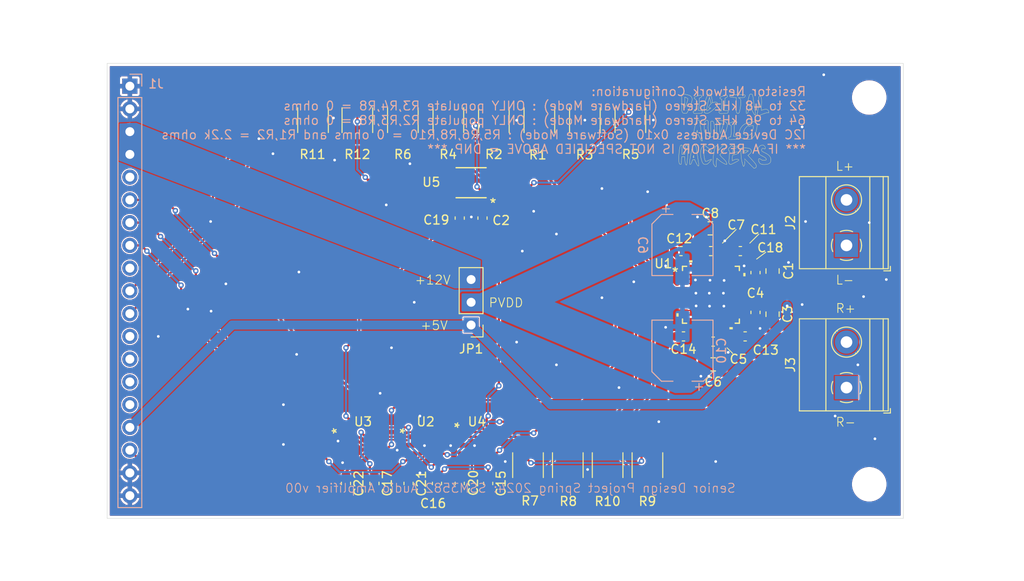
<source format=kicad_pcb>
(kicad_pcb (version 20221018) (generator pcbnew)
  (layers (0 "F.Cu" signal) (31 "B.Cu" signal) (34 "B.Paste" user) (35 "F.Paste" user) (36 "B.SilkS" user "B.Silkscreen") (37 "F.SilkS" user "F.Silkscreen") (38 "B.Mask" user) (39 "F.Mask" user) (44 "Edge.Cuts" user))
  (net 0 "")
  (net 1 "OUTL-")
  (net 2 "OUTL+")
  (net 3 "OUTR-")
  (net 4 "OUTR+")
  (net 5 "GND")
  (net 6 "SCL_AMP")
  (net 7 "SDA_AMP")
  (net 8 "LRCLK")
  (net 9 "SDATA")
  (net 10 "BCLK")
  (net 11 "BSTR+")
  (net 12 "PVDD")
  (net 13 "BSTR-")
  (net 14 "+5V")
  (net 15 "ADDR0")
  (net 16 "ADDR1")
  (net 17 "+1V8")
  (net 18 "BSTL-")
  (net 19 "BSTL+")
  (net 20 "+3.3V")
  (net 21 "SDA_3V3")
  (net 22 "SCL_3V3")
  (net 23 "SDA")
  (net 24 "SCL")
  (net 25 "+12V")
  (net 27 "BCLK_3V3")
  (net 28 "LRCLK_3V3")
  (net 29 "SDATA_3V3")
  (footprint "Capacitor_SMD:C_0603_1608Metric" (layer "F.Cu") (at 168.845 88.265 180)
    (fp_text reference "C12")
    (fp_text value "0.22uF")
  )
  (footprint "Capacitor_SMD:C_0603_1608Metric" (layer "F.Cu") (at 169.125 97.79 180)
    (fp_text reference "C14")
    (fp_text value "0.22uF")
  )
  (footprint "Resistor_SMD:R_1812_4532Metric" (layer "F.Cu") (at 153.035 73.645 -90)
    (fp_text reference "R1")
    (fp_text value "0")
  )
  (footprint "Capacitor_SMD:C_0805_2012Metric" (layer "F.Cu") (at 172.4406 100.9142)
    (fp_text reference "C6")
    (fp_text value "10uF")
  )
  (footprint "Capacitor_SMD:C_0603_1608Metric" (layer "F.Cu") (at 147.32 114.2075 -90)
    (fp_text reference "C15")
    (fp_text value "0.1uF")
  )
  (footprint "Resistor_SMD:R_1812_4532Metric" (layer "F.Cu") (at 160.655 112.1625 -90)
    (fp_text reference "R10")
    (fp_text value "0")
  )
  (footprint "Capacitor_SMD:C_0603_1608Metric" (layer "F.Cu") (at 177.165 90.665 90)
    (fp_text reference "C18")
    (fp_text value "0.1uF")
  )
  (footprint "I2C_Level_Shift:SOT505-1_NXP" (layer "F.Cu") (at 145.415 80.63 180)
    (fp_text reference "U5")
    (fp_text value "PCA9517ADP")
  )
  (footprint "Capacitor_SMD:C_0805_2012Metric" (layer "F.Cu") (at 179.07 90.49 90)
    (fp_text reference "C1")
    (fp_text value "10uF")
  )
  (footprint "Capacitor_SMD:C_0603_1608Metric" (layer "F.Cu") (at 138.43 114.2075 -90)
    (fp_text reference "C21")
    (fp_text value "0.1uF")
  )
  (footprint "Capacitor_SMD:C_0603_1608Metric" (layer "F.Cu") (at 144.145 114.2075 90)
    (fp_text reference "C20")
    (fp_text value "0.1uF")
  )
  (footprint "Resistor_SMD:R_1812_4532Metric" (layer "F.Cu") (at 142.875 73.645 90)
    (fp_text reference "R4")
    (fp_text value "0")
  )
  (footprint "Resistor_SMD:R_1812_4532Metric" (layer "F.Cu") (at 147.955 73.645 -90)
    (fp_text reference "R2")
    (fp_text value "0")
  )
  (footprint "SSM3582_ClassD_Audio_Amp:CP_40_7_ADI" (layer "F.Cu") (at 172.19 93.1418)
    (fp_text reference "U1")
    (fp_text value "SSM3582ACPZ")
  )
  (footprint "Capacitor_SMD:C_0805_2012Metric" (layer "F.Cu") (at 172.125 85.725)
    (fp_text reference "C8")
    (fp_text value "10uF")
  )
  (footprint "Capacitor_SMD:C_0603_1608Metric" (layer "F.Cu") (at 141.605 114.2075 -90)
    (fp_text reference "C16")
    (fp_text value "0.1uF")
  )
  (footprint "MountingHole:MountingHole_3.2mm_M3" (layer "F.Cu") (at 189.865 114.3)
    (fp_text reference "H2" hide)
    (fp_text value "MountingHole")
  )
  (footprint "Resistor_SMD:R_1812_4532Metric" (layer "F.Cu") (at 158.115 73.645 -90)
    (fp_text reference "R3")
    (fp_text value "0")
  )
  (footprint "TerminalBlock_Phoenix:TerminalBlock_Phoenix_MKDS-1,5-2-5.08_1x02_P5.08mm_Horizontal" (layer "F.Cu") (at 187.325 103.505 90)
    (fp_text reference "J3")
    (fp_text value "Screw_Terminal_01x02")
  )
  (footprint "Capacitor_SMD:C_0603_1608Metric" (layer "F.Cu") (at 176.009 97.79)
    (fp_text reference "C13")
    (fp_text value "0.22uF")
  )
  (footprint "Resistor_SMD:R_1812_4532Metric" (layer "F.Cu") (at 165.1 112.1625 -90)
    (fp_text reference "R9")
    (fp_text value "0")
  )
  (footprint "Capacitor_SMD:C_0805_2012Metric" (layer "F.Cu") (at 179.07 95.311 -90)
    (fp_text reference "C3")
    (fp_text value "10uF")
  )
  (footprint "Resistor_SMD:R_1812_4532Metric" (layer "F.Cu") (at 163.195 73.645 -90)
    (fp_text reference "R5")
    (fp_text value "0")
  )
  (footprint "Connector_PinHeader_2.54mm:PinHeader_1x03_P2.54mm_Vertical" (layer "F.Cu") (at 145.415 96.52 180)
    (fp_text reference "JP1")
    (fp_text value "Jumper_3_Open")
  )
  (footprint "Capacitor_SMD:C_0603_1608Metric" (layer "F.Cu") (at 172.44 98.3742)
    (fp_text reference "C5")
    (fp_text value "0.1uF")
  )
  (footprint "DigiKey:SOT-23-6" (layer "F.Cu") (at 145.80235 109.947497 -90)
    (fp_text reference "U4")
    (fp_text value "74LVC1T45W6-7")
  )
  (footprint "Capacitor_SMD:C_0603_1608Metric" (layer "F.Cu") (at 144.145 84.58 -90)
    (fp_text reference "C19")
    (fp_text value "0.1uF")
  )
  (footprint "Capacitor_SMD:C_0603_1608Metric" (layer "F.Cu") (at 134.62 114.2075 -90)
    (fp_text reference "C17")
    (fp_text value "0.1uF")
  )
  (footprint "Capacitor_SMD:C_0603_1608Metric" (layer "F.Cu") (at 172.16 88.265)
    (fp_text reference "C7")
    (fp_text value "0.1uF")
  )
  (footprint "Resistor_SMD:R_1812_4532Metric" (layer "F.Cu") (at 151.765 112.1625 -90)
    (fp_text reference "R7")
    (fp_text value "0")
  )
  (footprint "Capacitor_SMD:C_0603_1608Metric" (layer "F.Cu") (at 177.165 95.11 -90)
    (fp_text reference "C4")
    (fp_text value "0.1uF")
  )
  (footprint "Capacitor_SMD:C_0603_1608Metric" (layer "F.Cu") (at 175.475 88.265)
    (fp_text reference "C11")
    (fp_text value "0.22uF")
  )
  (footprint "DigiKey:SOT-23-6" (layer "F.Cu") (at 140.25245 109.942499 -90)
    (fp_text reference "U2")
    (fp_text value "74LVC1T45W6-7")
  )
  (footprint "Resistor_SMD:R_1812_4532Metric" (layer "F.Cu") (at 156.21 112.1625 -90)
    (fp_text reference "R8")
    (fp_text value "0")
  )
  (footprint "MountingHole:MountingHole_3.2mm_M3" (layer "F.Cu") (at 189.865 71.12)
    (fp_text reference "H1" hide)
    (fp_text value "MountingHole")
  )
  (footprint "Resistor_SMD:R_1812_4532Metric" (layer "F.Cu") (at 132.715 73.645 90)
    (fp_text reference "R12")
    (fp_text value "2.2k")
  )
  (footprint "Resistor_SMD:R_1812_4532Metric" (layer "F.Cu") (at 137.795 73.645 90)
    (fp_text reference "R6")
    (fp_text value "0")
  )
  (footprint "Capacitor_SMD:C_0603_1608Metric" (layer "F.Cu") (at 131.445 114.2075 -90)
    (fp_text reference "C22")
    (fp_text value "0.1uF")
  )
  (footprint "Resistor_SMD:R_1812_4532Metric" (layer "F.Cu") (at 127.765 73.645 90)
    (fp_text reference "R11")
    (fp_text value "2.2k")
  )
  (footprint "TerminalBlock_Phoenix:TerminalBlock_Phoenix_MKDS-1,5-2-5.08_1x02_P5.08mm_Horizontal" (layer "F.Cu") (at 187.325 87.63 90)
    (fp_text reference "J2")
    (fp_text value "Screw_Terminal_01x02")
  )
  (footprint "Capacitor_SMD:C_0603_1608Metric" (layer "F.Cu") (at 146.685 84.58 -90)
    (fp_text reference "C2")
    (fp_text value "0.1uF")
  )
  (footprint "DigiKey:SOT-23-6" (layer "F.Cu") (at 133.10235 109.942499 -90)
    (fp_text reference "U3")
    (fp_text value "74LVC1T45W6-7")
  )
  (footprint "Capacitor_SMD:CP_Elec_6.3x7.7" (layer "B.Cu") (at 169.0116 87.5868 -90)
    (fp_text reference "C9")
    (fp_text value "470uF")
  )
  (footprint "Connector_PinHeader_2.54mm:PinHeader_1x19_P2.54mm_Vertical" (layer "B.Cu") (at 107.315 69.85 180)
    (fp_text reference "J1")
    (fp_text value "Conn_01x19_Pin")
  )
  (footprint "Capacitor_SMD:CP_Elec_6.3x7.7" (layer "B.Cu") (at 169.0116 99.3826 90)
    (fp_text reference "C10")
    (fp_text value "470uF")
  )
  (gr_curve (pts (xy 172.276388 71.144183) (xy 172.316388 71.342053) (xy 172.34729 71.527026) (xy 172.345059 71.555234)) (stroke (width 0.03175)) (layer "F.SilkS"))
  (gr_curve (pts (xy 170.209521 75.546398) (xy 170.242433 75.13016) (xy 170.319926 74.693642) (xy 170.474013 74.056522)) (stroke (width 0.03175)) (layer "F.SilkS"))
  (gr_curve (pts (xy 175.05303 73.951996) (xy 175.021683 73.985364) (xy 174.954464 74.031486) (xy 174.903657 74.05449)) (stroke (width 0.03175)) (layer "F.SilkS"))
  (gr_curve (pts (xy 178.006958 76.429062) (xy 178.178956 76.461329) (xy 178.337875 76.74064) (xy 178.23995 76.838564)) (stroke (width 0.03175)) (layer "F.SilkS"))
  (gr_curve (pts (xy 176.161678 72.878215) (xy 176.122311 72.863109) (xy 176.119371 72.838009) (xy 176.134521 72.646398)) (stroke (width 0.03175)) (layer "F.SilkS"))
  (gr_line (start 169.111618 77.469022) (end 169.266812 77.469022) (stroke (width 0.03175)) (layer "F.SilkS"))
  (gr_curve (pts (xy 175.261279 71.153747) (xy 175.48447 71.2364) (xy 175.523974 71.313017) (xy 175.523321 71.661969)) (stroke (width 0.03175)) (layer "F.SilkS"))
  (gr_curve (pts (xy 169.592029 72.698126) (xy 169.557093 72.776009) (xy 169.505556 72.852015) (xy 169.477501 72.86703)) (stroke (width 0.03175)) (layer "F.SilkS"))
  (gr_line (start 173.023936 77.031522) (end 173.080108 76.965843) (stroke (width 0.03175)) (layer "F.SilkS"))
  (gr_curve (pts (xy 173.196788 75.790832) (xy 173.067879 75.787918) (xy 173.030011 75.776429) (xy 172.969683 75.721928)) (stroke (width 0.03175)) (layer "F.SilkS"))
  (gr_curve (pts (xy 178.885203 78.095745) (xy 178.886578 78.303676) (xy 178.809453 78.43519) (xy 178.637308 78.518524)) (stroke (width 0.03175)) (layer "F.SilkS"))
  (gr_line (start 174.820258 76.808271) (end 174.679237 76.851432) (stroke (width 0.03175)) (layer "F.SilkS"))
  (gr_curve (pts (xy 178.023779 77.195445) (xy 178.071904 77.214506) (xy 178.219666 77.289494) (xy 178.35214 77.362084)) (stroke (width 0.03175)) (layer "F.SilkS"))
  (gr_line (start 177.762709 78.026214) (end 177.936279 78.132432) (stroke (width 0.03175)) (layer "F.SilkS"))
  (gr_curve (pts (xy 171.656992 76.572069) (xy 171.71435 76.628744) (xy 171.806279 76.703136) (xy 171.861279 76.737384)) (stroke (width 0.03175)) (layer "F.SilkS"))
  (gr_line (start 173.99 99.06) (end 174.625 99.695) (stroke (width 0.1)) (layer "F.SilkS"))
  (gr_curve (pts (xy 173.753405 72.894022) (xy 173.617199 72.894022) (xy 173.456375 72.898878) (xy 173.396018 72.904813)) (stroke (width 0.03175)) (layer "F.SilkS"))
  (gr_curve (pts (xy 175.86046 75.243342) (xy 175.970313 75.334512) (xy 176.443488 75.361001) (xy 176.563032 75.282672)) (stroke (width 0.03175)) (layer "F.SilkS"))
  (gr_curve (pts (xy 177.986279 78.591926) (xy 177.744736 78.568423) (xy 177.619165 78.479165) (xy 177.540083 78.274766)) (stroke (width 0.03175)) (layer "F.SilkS"))
  (gr_curve (pts (xy 173.591971 70.931304) (xy 173.884085 70.827672) (xy 173.96778 70.826237) (xy 174.022364 70.923925)) (stroke (width 0.03175)) (layer "F.SilkS"))
  (gr_curve (pts (xy 171.372708 78.537772) (xy 171.260471 78.462131) (xy 171.190527 78.314087) (xy 171.099775 77.960072)) (stroke (width 0.03175)) (layer "F.SilkS"))
  (gr_curve (pts (xy 175.910223 77.137771) (xy 175.920116 77.189334) (xy 175.927339 77.256834) (xy 175.926274 77.287771)) (stroke (width 0.03175)) (layer "F.SilkS"))
  (gr_curve (pts (xy 172.16719 72.269694) (xy 172.142941 72.269324) (xy 172.101666 72.282407) (xy 172.07547 72.298768)) (stroke (width 0.03175)) (layer "F.SilkS"))
  (gr_curve (pts (xy 171.911612 72.507579) (xy 172.115294 72.366349) (xy 172.2183 72.270474) (xy 172.16719 72.269694)) (stroke (width 0.03175)) (layer "F.SilkS"))
  (gr_curve (pts (xy 169.836678 78.578215) (xy 169.797312 78.563109) (xy 169.794371 78.538009) (xy 169.809521 78.346398)) (stroke (width 0.03175)) (layer "F.SilkS"))
  (gr_curve (pts (xy 174.062415 72.832658) (xy 174.005523 72.88955) (xy 173.983005 72.894022) (xy 173.753405 72.894022)) (stroke (width 0.03175)) (layer "F.SilkS"))
  (gr_curve (pts (xy 172.244881 78.022058) (xy 172.265454 78.078443) (xy 171.919419 78.482476) (xy 171.797118 78.544869)) (stroke (width 0.03175)) (layer "F.SilkS"))
  (gr_line (start 169.348779 71.106964) (end 169.261279 71.075828) (stroke (width 0.03175)) (layer "F.SilkS"))
  (gr_curve (pts (xy 170.741046 77.973269) (xy 170.804086 78.367481) (xy 170.848844 78.707793) (xy 170.840507 78.729519)) (stroke (width 0.03175)) (layer "F.SilkS"))
  (gr_curve (pts (xy 171.117503 75.925272) (xy 171.05213 75.851983) (xy 170.798779 75.347817) (xy 170.798779 75.291013)) (stroke (width 0.03175)) (layer "F.SilkS"))
  (gr_curve (pts (xy 175.791986 74.199464) (xy 175.945805 74.07774) (xy 176.203233 73.947608) (xy 176.323779 73.93064)) (stroke (width 0.03175)) (layer "F.SilkS"))
  (gr_curve (pts (xy 173.184719 74.571001) (xy 173.183861 74.898346) (xy 173.189501 75.162255) (xy 173.197252 75.157464)) (stroke (width 0.03175)) (layer "F.SilkS"))
  (gr_curve (pts (xy 175.125422 75.494901) (xy 175.195358 75.53233) (xy 175.188564 75.656509) (xy 175.112415 75.732658)) (stroke (width 0.03175)) (layer "F.SilkS"))
  (gr_curve (pts (xy 171.453336 74.328779) (xy 171.463181 73.993909) (xy 171.470566 73.943967) (xy 171.526869 73.831522)) (stroke (width 0.03175)) (layer "F.SilkS"))
  (gr_curve (pts (xy 175.214512 72.894022) (xy 175.167022 72.894022) (xy 175.114826 72.875309) (xy 175.092479 72.850272)) (stroke (width 0.03175)) (layer "F.SilkS"))
  (gr_line (start 170.681805 74.882054) (end 170.665381 74.782587) (stroke (width 0.03175)) (layer "F.SilkS"))
  (gr_curve (pts (xy 169.776112 72.356522) (xy 169.709802 72.466522) (xy 169.626965 72.620244) (xy 169.592029 72.698126)) (stroke (width 0.03175)) (layer "F.SilkS"))
  (gr_curve (pts (xy 178.099918 76.822666) (xy 177.983088 76.757004) (xy 177.922745 76.775159) (xy 177.861007 76.894547)) (stroke (width 0.03175)) (layer "F.SilkS"))
  (gr_curve (pts (xy 169.29856 77.016184) (xy 169.29881 76.806246) (xy 169.331312 76.599769) (xy 169.380186 76.497796)) (stroke (width 0.03175)) (layer "F.SilkS"))
  (gr_curve (pts (xy 171.471415 76.947444) (xy 171.352356 77.137834) (xy 171.395973 77.806285) (xy 171.553279 78.202037)) (stroke (width 0.03175)) (layer "F.SilkS"))
  (gr_curve (pts (xy 174.00303 71.051996) (xy 173.971683 71.085364) (xy 173.904464 71.131487) (xy 173.853657 71.15449)) (stroke (width 0.03175)) (layer "F.SilkS"))
  (gr_curve (pts (xy 177.692529 70.958372) (xy 177.834074 71.044415) (xy 177.873678 71.381363) (xy 177.825613 72.090647)) (stroke (width 0.03175)) (layer "F.SilkS"))
  (gr_curve (pts (xy 175.544855 77.331522) (xy 175.543277 77.139022) (xy 175.532849 76.963666) (xy 175.521681 76.941842)) (stroke (width 0.03175)) (layer "F.SilkS"))
  (gr_curve (pts (xy 172.224862 71.73953) (xy 172.197589 71.729441) (xy 172.169325 71.695387) (xy 172.162052 71.663854)) (stroke (width 0.03175)) (layer "F.SilkS"))
  (gr_line (start 171.436279 72.747676) (end 171.43938 72.427099) (stroke (width 0.03175)) (layer "F.SilkS"))
  (gr_curve (pts (xy 176.423363 72.475272) (xy 176.337985 72.807043) (xy 176.265812 72.918175) (xy 176.161678 72.878215)) (stroke (width 0.03175)) (layer "F.SilkS"))
  (gr_curve (pts (xy 178.123779 72.907852) (xy 177.833388 73.002355) (xy 177.749729 73.040065) (xy 177.703217 73.097422)) (stroke (width 0.03175)) (layer "F.SilkS"))
  (gr_curve (pts (xy 169.477501 72.86703) (xy 169.449446 72.882044) (xy 169.356875 72.892755) (xy 169.271788 72.890832)) (stroke (width 0.03175)) (layer "F.SilkS"))
  (gr_curve (pts (xy 176.563032 75.282672) (xy 176.70147 75.191964) (xy 176.85424 74.849862) (xy 176.922015 74.478791)) (stroke (width 0.03175)) (layer "F.SilkS"))
  (gr_curve (pts (xy 173.75793 71.576418) (xy 173.754957 71.913777) (xy 173.703148 72.413398) (xy 173.659283 72.527707)) (stroke (width 0.03175)) (layer "F.SilkS"))
  (gr_curve (pts (xy 173.72374 78.523298) (xy 173.51444 78.43397) (xy 173.217099 78.232834) (xy 173.015351 78.044109)) (stroke (width 0.03175)) (layer "F.SilkS"))
  (gr_curve (pts (xy 170.028199 71.659181) (xy 169.986018 71.795218) (xy 169.939169 71.962772) (xy 169.924091 72.031522)) (stroke (width 0.03175)) (layer "F.SilkS"))
  (gr_curve (pts (xy 170.720654 75.253397) (xy 170.677685 75.26199) (xy 170.616244 75.269022) (xy 170.584117 75.269022)) (stroke (width 0.03175)) (layer "F.SilkS"))
  (gr_curve (pts (xy 174.886279 70.801904) (xy 175.200303 70.78013) (xy 175.200271 70.78013) (xy 175.633979 70.798297)) (stroke (width 0.03175)) (layer "F.SilkS"))
  (gr_curve (pts (xy 174.555163 78.158739) (xy 174.562737 78.166313) (xy 174.612211 78.150466) (xy 174.665106 78.123523)) (stroke (width 0.03175)) (layer "F.SilkS"))
  (gr_curve (pts (xy 170.716971 70.931304) (xy 171.009085 70.827672) (xy 171.09278 70.826237) (xy 171.147364 70.923925)) (stroke (width 0.03175)) (layer "F.SilkS"))
  (gr_curve (pts (xy 171.261883 76.576858) (xy 171.34771 76.487283) (xy 171.381084 76.469022) (xy 171.458957 76.469022)) (stroke (width 0.03175)) (layer "F.SilkS"))
  (gr_line (start 170.265381 77.582587) (end 170.233982 77.669554) (stroke (width 0.03175)) (layer "F.SilkS"))
  (gr_line (start 177.292 89.154) (end 178.308 88.392) (stroke (width 0.1)) (layer "F.SilkS"))
  (gr_curve (pts (xy 170.88293 71.576418) (xy 170.879957 71.913777) (xy 170.828148 72.413398) (xy 170.784283 72.527707)) (stroke (width 0.03175)) (layer "F.SilkS"))
  (gr_curve (pts (xy 169.623779 71.273291) (xy 169.623779 71.228443) (xy 169.528897 71.171056) (xy 169.348779 71.106964)) (stroke (width 0.03175)) (layer "F.SilkS"))
  (gr_curve (pts (xy 169.575228 77.956522) (xy 169.516801 78.547494) (xy 169.49978 78.647854) (xy 169.455472 78.662623)) (stroke (width 0.03175)) (layer "F.SilkS"))
  (gr_curve (pts (xy 173.074147 72.716785) (xy 173.073697 72.668294) (xy 173.174904 72.619022) (xy 173.274955 72.619022)) (stroke (width 0.03175)) (layer "F.SilkS"))
  (gr_curve (pts (xy 172.16056 74.188863) (xy 172.144118 73.91341) (xy 172.147135 73.862754) (xy 172.183265 73.807613)) (stroke (width 0.03175)) (layer "F.SilkS"))
  (gr_line (start 173.421726 77.269816) (end 173.182173 77.517111) (stroke (width 0.03175)) (layer "F.SilkS"))
  (gr_curve (pts (xy 177.940909 72.509379) (xy 178.375952 72.365763) (xy 178.597196 72.426311) (xy 178.632278 72.698585)) (stroke (width 0.03175)) (layer "F.SilkS"))
  (gr_curve (pts (xy 170.336279 76.419022) (xy 170.36912 76.419022) (xy 170.424568 76.444334) (xy 170.459495 76.475272)) (stroke (width 0.03175)) (layer "F.SilkS"))
  (gr_curve (pts (xy 175.873779 75.766894) (xy 175.738311 75.740825) (xy 175.589186 75.663206) (xy 175.483019 75.563504)) (stroke (width 0.03175)) (layer "F.SilkS"))
  (gr_line (start 173.186279 73.975828) (end 173.184719 74.571001) (stroke (width 0.03175)) (layer "F.SilkS"))
  (gr_curve (pts (xy 171.187415 72.832658) (xy 171.130523 72.88955) (xy 171.108005 72.894022) (xy 170.878405 72.894022)) (stroke (width 0.03175)) (layer "F.SilkS"))
  (gr_curve (pts (xy 169.044683 72.821928) (xy 168.939294 72.72672) (xy 168.920248 72.556843) (xy 168.915423 71.669022)) (stroke (width 0.03175)) (layer "F.SilkS"))
  (gr_curve (pts (xy 172.814493 78.138378) (xy 172.764649 78.428935) (xy 172.760333 78.51225) (xy 172.785583 78.696448)) (stroke (width 0.03175)) (layer "F.SilkS"))
  (gr_curve (pts (xy 177.124485 75.213694) (xy 177.019454 75.485511) (xy 176.837453 75.690862) (xy 176.647082 75.752345)) (stroke (width 0.03175)) (layer "F.SilkS"))
  (gr_curve (pts (xy 170.348206 71.243449) (xy 170.308038 71.203281) (xy 170.303075 71.182707) (xy 170.324086 71.143449)) (stroke (width 0.03175)) (layer "F.SilkS"))
  (gr_line (start 176.606805 71.982054) (end 176.590381 71.882587) (stroke (width 0.03175)) (layer "F.SilkS"))
  (gr_curve (pts (xy 169.455472 78.662623) (xy 169.439792 78.66785) (xy 169.406969 78.641611) (xy 169.382532 78.604315)) (stroke (width 0.03175)) (layer "F.SilkS"))
  (gr_curve (pts (xy 177.825613 72.090647) (xy 177.809433 72.329415) (xy 177.801673 72.530249) (xy 177.808367 72.536944)) (stroke (width 0.03175)) (layer "F.SilkS"))
  (gr_curve (pts (xy 176.647082 75.752345) (xy 176.505952 75.797925) (xy 176.07697 75.805996) (xy 175.873779 75.766894)) (stroke (width 0.03175)) (layer "F.SilkS"))
  (gr_curve (pts (xy 170.199147 72.716785) (xy 170.198697 72.668294) (xy 170.299904 72.619022) (xy 170.399955 72.619022)) (stroke (width 0.03175)) (layer "F.SilkS"))
  (gr_line (start 173.853657 71.15449) (end 173.761279 71.196314) (stroke (width 0.03175)) (layer "F.SilkS"))
  (gr_line (start 172.856204 77.895235) (end 172.814493 78.138378) (stroke (width 0.03175)) (layer "F.SilkS"))
  (gr_curve (pts (xy 174.226423 76.744742) (xy 174.351854 76.630961) (xy 174.371998 76.610412) (xy 174.435438 76.531521)) (stroke (width 0.03175)) (layer "F.SilkS"))
  (gr_curve (pts (xy 174.885248 75.469022) (xy 174.990748 75.469022) (xy 175.098826 75.480667) (xy 175.125422 75.494901)) (stroke (width 0.03175)) (layer "F.SilkS"))
  (gr_curve (pts (xy 173.407881 71.410011) (xy 173.394065 71.309218) (xy 173.38424 71.294022) (xy 173.332881 71.294022)) (stroke (width 0.03175)) (layer "F.SilkS"))
  (gr_curve (pts (xy 173.964007 78.512772) (xy 173.984495 78.616673) (xy 173.946429 78.618341) (xy 173.72374 78.523298)) (stroke (width 0.03175)) (layer "F.SilkS"))
  (gr_curve (pts (xy 177.382929 72.817961) (xy 177.408988 72.773846) (xy 177.428333 72.668151) (xy 177.436081 72.527562)) (stroke (width 0.03175)) (layer "F.SilkS"))
  (gr_curve (pts (xy 174.436586 75.231522) (xy 174.474437 74.970272) (xy 174.485105 74.508631) (xy 174.457881 74.310011)) (stroke (width 0.03175)) (layer "F.SilkS"))
  (gr_curve (pts (xy 174.803405 75.794022) (xy 174.667199 75.794022) (xy 174.506375 75.798878) (xy 174.446018 75.804813)) (stroke (width 0.03175)) (layer "F.SilkS"))
  (gr_curve (pts (xy 171.43938 72.427099) (xy 171.442978 72.055142) (xy 171.497603 71.704567) (xy 171.604246 71.369022)) (stroke (width 0.03175)) (layer "F.SilkS"))
  (gr_curve (pts (xy 171.240507 75.929519) (xy 171.220535 75.981566) (xy 171.166039 75.979684) (xy 171.117503 75.925272)) (stroke (width 0.03175)) (layer "F.SilkS"))
  (gr_curve (pts (xy 172.785583 78.696448) (xy 172.807181 78.854003) (xy 172.778675 78.88848) (xy 172.67111 78.834901)) (stroke (width 0.03175)) (layer "F.SilkS"))
  (gr_curve (pts (xy 171.147364 70.923925) (xy 171.182478 70.986766) (xy 171.181169 70.995433) (xy 171.12803 71.051996)) (stroke (width 0.03175)) (layer "F.SilkS"))
  (gr_curve (pts (xy 176.623504 72.112772) (xy 176.623354 72.095584) (xy 176.615838 72.036761) (xy 176.606805 71.982054)) (stroke (width 0.03175)) (layer "F.SilkS"))
  (gr_line (start 176.274276 77.152267) (end 176.356901 77.082742) (stroke (width 0.03175)) (layer "F.SilkS"))
  (gr_curve (pts (xy 170.798779 75.291013) (xy 170.798779 75.244716) (xy 170.788589 75.23981) (xy 170.720654 75.253397)) (stroke (width 0.03175)) (layer "F.SilkS"))
  (gr_curve (pts (xy 170.633982 74.869554) (xy 170.587309 74.998826) (xy 170.591142 75.044022) (xy 170.648779 75.044022)) (stroke (width 0.03175)) (layer "F.SilkS"))
  (gr_curve (pts (xy 170.398779 78.091013) (xy 170.398779 78.044716) (xy 170.388589 78.03981) (xy 170.320654 78.053397)) (stroke (width 0.03175)) (layer "F.SilkS"))
  (gr_curve (pts (xy 175.112415 75.732658) (xy 175.055523 75.78955) (xy 175.033005 75.794022) (xy 174.803405 75.794022)) (stroke (width 0.03175)) (layer "F.SilkS"))
  (gr_curve (pts (xy 171.12803 71.051996) (xy 171.096683 71.085364) (xy 171.029464 71.131487) (xy 170.978657 71.15449)) (stroke (width 0.03175)) (layer "F.SilkS"))
  (gr_curve (pts (xy 170.320654 78.053397) (xy 170.277685 78.06199) (xy 170.216244 78.069022) (xy 170.184117 78.069022)) (stroke (width 0.03175)) (layer "F.SilkS"))
  (gr_curve (pts (xy 177.540083 78.274766) (xy 177.485733 78.134292) (xy 177.487241 78.012213) (xy 177.543959 77.960884)) (stroke (width 0.03175)) (layer "F.SilkS"))
  (gr_curve (pts (xy 176.935479 71.406522) (xy 176.94425 71.489022) (xy 177.003005 71.879058) (xy 177.066046 72.273269)) (stroke (width 0.03175)) (layer "F.SilkS"))
  (gr_curve (pts (xy 174.298779 70.968042) (xy 174.298779 70.863173) (xy 174.394981 70.835968) (xy 174.886279 70.801904)) (stroke (width 0.03175)) (layer "F.SilkS"))
  (gr_curve (pts (xy 170.474013 74.056522) (xy 170.535331 73.802983) (xy 170.566241 73.719153) (xy 170.61459 73.675272)) (stroke (width 0.03175)) (layer "F.SilkS"))
  (gr_curve (pts (xy 174.435438 76.531521) (xy 174.485505 76.46926) (xy 174.503438 76.461222) (xy 174.541014 76.4842)) (stroke (width 0.03175)) (layer "F.SilkS"))
  (gr_line (start 173.273779 74.006964) (end 173.186279 73.975828) (stroke (width 0.03175)) (layer "F.SilkS"))
  (gr_curve (pts (xy 175.527811 71.128747) (xy 175.2513 71.126502) (xy 175.200557 71.131261) (xy 175.261279 71.153747)) (stroke (width 0.03175)) (layer "F.SilkS"))
  (gr_curve (pts (xy 169.282577 77.337772) (xy 169.291248 77.265584) (xy 169.29844 77.12087) (xy 169.29856 77.016184)) (stroke (width 0.03175)) (layer "F.SilkS"))
  (gr_curve (pts (xy 174.075422 72.594901) (xy 174.145358 72.632329) (xy 174.138564 72.756509) (xy 174.062415 72.832658)) (stroke (width 0.03175)) (layer "F.SilkS"))
  (gr_curve (pts (xy 176.784495 70.775272) (xy 176.84957 70.832912) (xy 176.894439 71.020507) (xy 176.935479 71.406522)) (stroke (width 0.03175)) (layer "F.SilkS"))
  (gr_curve (pts (xy 172.15877 71.854569) (xy 172.262521 71.767844) (xy 172.269336 71.755982) (xy 172.224862 71.73953)) (stroke (width 0.03175)) (layer "F.SilkS"))
  (gr_curve (pts (xy 174.709283 75.427707) (xy 174.695389 75.463914) (xy 174.717142 75.469022) (xy 174.885248 75.469022)) (stroke (width 0.03175)) (layer "F.SilkS"))
  (gr_line (start 176.53 87.376) (end 177.546 86.36) (stroke (width 0.1)) (layer "F.SilkS"))
  (gr_curve (pts (xy 172.162052 71.663854) (xy 172.15478 71.632321) (xy 172.123001 71.494022) (xy 172.091432 71.356522)) (stroke (width 0.03175)) (layer "F.SilkS"))
  (gr_curve (pts (xy 170.532881 71.410011) (xy 170.519065 71.309218) (xy 170.50924 71.294022) (xy 170.457881 71.294022)) (stroke (width 0.03175)) (layer "F.SilkS"))
  (gr_curve (pts (xy 177.461572 72.181522) (xy 177.468893 72.112772) (xy 177.485521 71.848397) (xy 177.498523 71.594022)) (stroke (width 0.03175)) (layer "F.SilkS"))
  (gr_curve (pts (xy 175.423726 74.719156) (xy 175.491522 74.547156) (xy 175.668852 74.296906) (xy 175.791986 74.199464)) (stroke (width 0.03175)) (layer "F.SilkS"))
  (gr_curve (pts (xy 171.988309 72.295706) (xy 171.899269 72.221809) (xy 171.98507 71.999764) (xy 172.15877 71.854569)) (stroke (width 0.03175)) (layer "F.SilkS"))
  (gr_curve (pts (xy 175.961279 78.275322) (xy 175.961279 78.512342) (xy 175.950927 78.608351) (xy 175.915461 78.700272)) (stroke (width 0.03175)) (layer "F.SilkS"))
  (gr_curve (pts (xy 176.658576 76.948256) (xy 176.694961 77.015819) (xy 176.701793 77.061783) (xy 176.688563 77.150004)) (stroke (width 0.03175)) (layer "F.SilkS"))
  (gr_curve (pts (xy 170.236678 75.778215) (xy 170.197312 75.763109) (xy 170.194371 75.738009) (xy 170.209521 75.546398)) (stroke (width 0.03175)) (layer "F.SilkS"))
  (gr_curve (pts (xy 174.852324 76.59761) (xy 175.161692 76.5221) (xy 175.348779 76.504044) (xy 175.348779 76.549699)) (stroke (width 0.03175)) (layer "F.SilkS"))
  (gr_curve (pts (xy 177.543959 77.960884) (xy 177.586216 77.922641) (xy 177.600366 77.926867) (xy 177.762709 78.026214)) (stroke (width 0.03175)) (layer "F.SilkS"))
  (gr_curve (pts (xy 172.934843 71.849527) (xy 172.932803 72.013685) (xy 172.854477 72.117032) (xy 172.491395 72.434634)) (stroke (width 0.03175)) (layer "F.SilkS"))
  (gr_line (start 176.324368 77.581951) (end 176.737132 78.031737) (stroke (width 0.03175)) (layer "F.SilkS"))
  (gr_curve (pts (xy 173.349572 72.600272) (xy 173.350007 72.589959) (xy 173.366664 72.469022) (xy 173.386586 72.331522)) (stroke (width 0.03175)) (layer "F.SilkS"))
  (gr_line (start 178.632278 72.698585) (end 178.647361 72.815648) (stroke (width 0.03175)) (layer "F.SilkS"))
  (gr_line (start 172.091432 71.356522) (end 172.034034 71.106522) (stroke (width 0.03175)) (layer "F.SilkS"))
  (gr_line (start 175.009268 71.65349) (end 175.031461 71.125458) (stroke (width 0.03175)) (layer "F.SilkS"))
  (gr_curve (pts (xy 169.271788 72.890832) (xy 169.142879 72.887918) (xy 169.105011 72.876429) (xy 169.044683 72.821928)) (stroke (width 0.03175)) (layer "F.SilkS"))
  (gr_curve (pts (xy 171.200422 72.594901) (xy 171.270358 72.632329) (xy 171.263564 72.756509) (xy 171.187415 72.832658)) (stroke (width 0.03175)) (layer "F.SilkS"))
  (gr_curve (pts (xy 173.835248 72.569022) (xy 173.940748 72.569022) (xy 174.048826 72.580667) (xy 174.075422 72.594901)) (stroke (width 0.03175)) (layer "F.SilkS"))
  (gr_curve (pts (xy 173.548779 74.173291) (xy 173.548779 74.128443) (xy 173.453897 74.071056) (xy 173.273779 74.006964)) (stroke (width 0.03175)) (layer "F.SilkS"))
  (gr_curve (pts (xy 169.259719 71.671001) (xy 169.258861 71.998346) (xy 169.264501 72.262255) (xy 169.272252 72.257464)) (stroke (width 0.03175)) (layer "F.SilkS"))
  (gr_curve (pts (xy 172.526568 77.223369) (xy 172.609613 76.683137) (xy 172.697069 76.494022) (xy 172.863851 76.494022)) (stroke (width 0.03175)) (layer "F.SilkS"))
  (gr_curve (pts (xy 172.345059 71.555234) (xy 172.342829 71.583442) (xy 172.342752 71.63167) (xy 172.344884 71.662407)) (stroke (width 0.03175)) (layer "F.SilkS"))
  (gr_curve (pts (xy 173.332881 71.294022) (xy 173.300375 71.294022) (xy 173.251021 71.271264) (xy 173.223206 71.243449)) (stroke (width 0.03175)) (layer "F.SilkS"))
  (gr_curve (pts (xy 176.723779 72.391013) (xy 176.723779 72.344716) (xy 176.713589 72.33981) (xy 176.645654 72.353397)) (stroke (width 0.03175)) (layer "F.SilkS"))
  (gr_line (start 174.903657 74.05449) (end 174.811279 74.096314) (stroke (width 0.03175)) (layer "F.SilkS"))
  (gr_curve (pts (xy 171.97147 78.119786) (xy 172.117115 78.053068) (xy 172.24015 78.00909) (xy 172.244881 78.022058)) (stroke (width 0.03175)) (layer "F.SilkS"))
  (gr_curve (pts (xy 170.324086 71.143449) (xy 170.363436 71.069922) (xy 170.434689 71.031448) (xy 170.716971 70.931304)) (stroke (width 0.03175)) (layer "F.SilkS"))
  (gr_curve (pts (xy 177.436081 72.527562) (xy 177.44278 72.40599) (xy 177.454251 72.250272) (xy 177.461572 72.181522)) (stroke (width 0.03175)) (layer "F.SilkS"))
  (gr_curve (pts (xy 170.960248 72.569022) (xy 171.065748 72.569022) (xy 171.173826 72.580667) (xy 171.200422 72.594901)) (stroke (width 0.03175)) (layer "F.SilkS"))
  (gr_curve (pts (xy 171.099775 77.960072) (xy 170.956895 77.40272) (xy 171.024669 76.824427) (xy 171.261883 76.576858)) (stroke (width 0.03175)) (layer "F.SilkS"))
  (gr_curve (pts (xy 173.274955 72.619022) (xy 173.315558 72.619022) (xy 173.349136 72.610584) (xy 173.349572 72.600272)) (stroke (width 0.03175)) (layer "F.SilkS"))
  (gr_curve (pts (xy 175.940311 71.079049) (xy 175.875861 71.126702) (xy 175.837975 71.131267) (xy 175.527811 71.128747)) (stroke (width 0.03175)) (layer "F.SilkS"))
  (gr_curve (pts (xy 175.756902 76.712454) (xy 175.773059 76.722941) (xy 175.921279 76.737807) (xy 176.086279 76.745489)) (stroke (width 0.03175)) (layer "F.SilkS"))
  (gr_line (start 175.031461 71.125458) (end 174.73387 71.11358) (stroke (width 0.03175)) (layer "F.SilkS"))
  (gr_curve (pts (xy 178.368949 78.040259) (xy 178.382517 77.923058) (xy 178.244732 77.800816) (xy 177.933218 77.653679)) (stroke (width 0.03175)) (layer "F.SilkS"))
  (gr_line (start 176.442702 77.481737) (end 176.324368 77.581951) (stroke (width 0.03175)) (layer "F.SilkS"))
  (gr_line (start 172.344884 71.662407) (end 172.348772 71.718292) (stroke (width 0.03175)) (layer "F.SilkS"))
  (gr_curve (pts (xy 172.040703 70.719022) (xy 172.176506 70.719022) (xy 172.198436 70.758582) (xy 172.276388 71.144183)) (stroke (width 0.03175)) (layer "F.SilkS"))
  (gr_curve (pts (xy 173.071 73.630985) (xy 173.404092 73.678949) (xy 173.738668 73.772325) (xy 173.82372 73.841061)) (stroke (width 0.03175)) (layer "F.SilkS"))
  (gr_curve (pts (xy 173.396018 72.904813) (xy 173.335662 72.910749) (xy 173.252832 72.907879) (xy 173.211953 72.898435)) (stroke (width 0.03175)) (layer "F.SilkS"))
  (gr_curve (pts (xy 174.446018 75.804813) (xy 174.385662 75.810749) (xy 174.302832 75.807879) (xy 174.261953 75.798435)) (stroke (width 0.03175)) (layer "F.SilkS"))
  (gr_line (start 170.665381 74.782587) (end 170.633982 74.869554) (stroke (width 0.03175)) (layer "F.SilkS"))
  (gr_curve (pts (xy 178.566818 72.802764) (xy 178.511351 72.793892) (xy 178.373434 72.826605) (xy 178.123779 72.907852)) (stroke (width 0.03175)) (layer "F.SilkS"))
  (gr_curve (pts (xy 170.459495 76.475272) (xy 170.524569 76.532912) (xy 170.569439 76.720507) (xy 170.610479 77.106522)) (stroke (width 0.03175)) (layer "F.SilkS"))
  (gr_curve (pts (xy 170.498363 75.375272) (xy 170.412985 75.707043) (xy 170.340812 75.818175) (xy 170.236678 75.778215)) (stroke (width 0.03175)) (layer "F.SilkS"))
  (gr_curve (pts (xy 177.703217 73.097422) (xy 177.633081 73.183911) (xy 177.534264 73.19163) (xy 177.44058 73.117938)) (stroke (width 0.03175)) (layer "F.SilkS"))
  (gr_curve (pts (xy 176.737132 78.031737) (xy 177.159034 78.49148) (xy 177.2319 78.591126) (xy 177.26148 78.748802)) (stroke (width 0.03175)) (layer "F.SilkS"))
  (gr_line (start 171.521005 72.823602) (end 171.436279 72.747676) (stroke (width 0.03175)) (layer "F.SilkS"))
  (gr_curve (pts (xy 176.573779 72.144022) (xy 176.601279 72.144022) (xy 176.623655 72.129959) (xy 176.623504 72.112772)) (stroke (width 0.03175)) (layer "F.SilkS"))
  (gr_curve (pts (xy 178.35214 77.362084) (xy 178.731341 77.56987) (xy 178.883128 77.778776) (xy 178.885203 78.095745)) (stroke (width 0.03175)) (layer "F.SilkS"))
  (gr_curve (pts (xy 172.491395 72.434634) (xy 172.096972 72.779652) (xy 171.940809 72.87529) (xy 171.749244 72.889147)) (stroke (width 0.03175)) (layer "F.SilkS"))
  (gr_curve (pts (xy 176.645654 72.353397) (xy 176.602685 72.36199) (xy 176.541244 72.369022) (xy 176.509117 72.369022)) (stroke (width 0.03175)) (layer "F.SilkS"))
  (gr_curve (pts (xy 172.863851 76.494022) (xy 173.015618 76.494022) (xy 173.064707 76.597608) (xy 173.039595 76.864871)) (stroke (width 0.03175)) (layer "F.SilkS"))
  (gr_curve (pts (xy 171.141046 75.173269) (xy 171.204086 75.567481) (xy 171.248844 75.907793) (xy 171.240507 75.929519)) (stroke (width 0.03175)) (layer "F.SilkS"))
  (gr_curve (pts (xy 174.193725 78.279407) (xy 174.1953 78.170569) (xy 174.207797 78.002771) (xy 174.221497 77.906521)) (stroke (width 0.03175)) (layer "F.SilkS"))
  (gr_curve (pts (xy 175.633979 70.798297) (xy 175.912349 70.809956) (xy 175.961433 70.818315) (xy 175.991288 70.859145)) (stroke (width 0.03175)) (layer "F.SilkS"))
  (gr_curve (pts (xy 174.756012 77.505749) (xy 174.666238 77.517943) (xy 174.622118 77.536355) (xy 174.614078 77.564982)) (stroke (width 0.03175)) (layer "F.SilkS"))
  (gr_curve (pts (xy 178.637308 78.518524) (xy 178.506399 78.581895) (xy 178.217706 78.614445) (xy 177.986279 78.591926)) (stroke (width 0.03175)) (layer "F.SilkS"))
  (gr_line (start 168.958851 76.950272) (end 168.956424 77.469022) (stroke (width 0.03175)) (layer "F.SilkS"))
  (gr_curve (pts (xy 169.486029 76.431522) (xy 169.555029 76.431522) (xy 169.562441 76.440948) (xy 169.594143 76.569022)) (stroke (width 0.03175)) (layer "F.SilkS"))
  (gr_curve (pts (xy 174.80793 74.476418) (xy 174.804957 74.813777) (xy 174.753148 75.313398) (xy 174.709283 75.427707)) (stroke (width 0.03175)) (layer "F.SilkS"))
  (gr_curve (pts (xy 168.914978 77.875272) (xy 168.906307 77.947459) (xy 168.899115 78.127063) (xy 168.898996 78.274392)) (stroke (width 0.03175)) (layer "F.SilkS"))
  (gr_curve (pts (xy 177.543008 71.058434) (xy 177.56976 70.964637) (xy 177.633102 70.922247) (xy 177.692529 70.958372)) (stroke (width 0.03175)) (layer "F.SilkS"))
  (gr_curve (pts (xy 176.877068 74.25482) (xy 176.846062 74.264162) (xy 176.443264 74.319022) (xy 176.405685 74.319022)) (stroke (width 0.03175)) (layer "F.SilkS"))
  (gr_curve (pts (xy 175.483019 75.563504) (xy 175.335466 75.424936) (xy 175.306744 75.01594) (xy 175.423726 74.719156)) (stroke (width 0.03175)) (layer "F.SilkS"))
  (gr_curve (pts (xy 171.883905 77.149353) (xy 171.569694 76.947857) (xy 171.49425 76.910928) (xy 171.471415 76.947444)) (stroke (width 0.03175)) (layer "F.SilkS"))
  (gr_curve (pts (xy 171.982692 75.493407) (xy 171.722985 75.390619) (xy 171.544099 75.16158) (xy 171.473364 74.841279)) (stroke (width 0.03175)) (layer "F.SilkS"))
  (gr_line (start 175.892237 77.044021) (end 175.910223 77.137771) (stroke (width 0.03175)) (layer "F.SilkS"))
  (gr_curve (pts (xy 173.386586 72.331522) (xy 173.424437 72.070272) (xy 173.435105 71.608631) (xy 173.407881 71.410011)) (stroke (width 0.03175)) (layer "F.SilkS"))
  (gr_curve (pts (xy 173.402501 75.76703) (xy 173.374446 75.782044) (xy 173.281875 75.792755) (xy 173.196788 75.790832)) (stroke (width 0.03175)) (layer "F.SilkS"))
  (gr_curve (pts (xy 172.183265 73.807613) (xy 172.231399 73.734151) (xy 172.332416 73.722843) (xy 172.416212 73.781535)) (stroke (width 0.03175)) (layer "F.SilkS"))
  (gr_curve (pts (xy 177.861007 76.894547) (xy 177.793821 77.024471) (xy 177.848822 77.126146) (xy 178.023779 77.195445)) (stroke (width 0.03175)) (layer "F.SilkS"))
  (gr_curve (pts (xy 169.809521 78.346398) (xy 169.842433 77.93016) (xy 169.919926 77.493642) (xy 170.074013 76.856522)) (stroke (width 0.03175)) (layer "F.SilkS"))
  (gr_curve (pts (xy 170.878405 72.894022) (xy 170.742199 72.894022) (xy 170.581375 72.898878) (xy 170.521018 72.904813)) (stroke (width 0.03175)) (layer "F.SilkS"))
  (gr_line (start 168.956424 77.469022) (end 169.111618 77.469022) (stroke (width 0.03175)) (layer "F.SilkS"))
  (gr_line (start 170.281805 77.682054) (end 170.265381 77.582587) (stroke (width 0.03175)) (layer "F.SilkS"))
  (gr_line (start 174.811279 74.096314) (end 174.80793 74.476418) (stroke (width 0.03175)) (layer "F.SilkS"))
  (gr_curve (pts (xy 175.072364 73.823924) (xy 175.107478 73.886766) (xy 175.106169 73.895432) (xy 175.05303 73.951996)) (stroke (width 0.03175)) (layer "F.SilkS"))
  (gr_line (start 170.886279 71.196314) (end 170.88293 71.576418) (stroke (width 0.03175)) (layer "F.SilkS"))
  (gr_curve (pts (xy 173.953199 74.559181) (xy 173.911018 74.695218) (xy 173.864169 74.862772) (xy 173.849091 74.931522)) (stroke (width 0.03175)) (layer "F.SilkS"))
  (gr_curve (pts (xy 169.89872 70.941061) (xy 170.106525 71.109001) (xy 170.140451 71.297162) (xy 170.028199 71.659181)) (stroke (width 0.03175)) (layer "F.SilkS"))
  (gr_curve (pts (xy 176.29659 77.065874) (xy 176.263419 77.056596) (xy 176.158869 77.047884) (xy 176.064258 77.046514)) (stroke (width 0.03175)) (layer "F.SilkS"))
  (gr_curve (pts (xy 172.223779 77.119418) (xy 172.223779 77.271679) (xy 172.092667 77.283227) (xy 171.883905 77.149353)) (stroke (width 0.03175)) (layer "F.SilkS"))
  (gr_curve (pts (xy 173.199086 71.143449) (xy 173.238436 71.069922) (xy 173.309689 71.031448) (xy 173.591971 70.931304)) (stroke (width 0.03175)) (layer "F.SilkS"))
  (gr_curve (pts (xy 174.594955 76.5592) (xy 174.610625 76.644657) (xy 174.641 76.64919) (xy 174.852324 76.59761)) (stroke (width 0.03175)) (layer "F.SilkS"))
  (gr_curve (pts (xy 170.698504 75.012772) (xy 170.698354 74.995584) (xy 170.690838 74.936762) (xy 170.681805 74.882054)) (stroke (width 0.03175)) (layer "F.SilkS"))
  (gr_curve (pts (xy 172.851325 71.676791) (xy 172.92775 71.728765) (xy 172.936129 71.746095) (xy 172.934843 71.849527)) (stroke (width 0.03175)) (layer "F.SilkS"))
  (gr_curve (pts (xy 175.165093 77.205588) (xy 175.434426 77.256115) (xy 175.171034 77.449378) (xy 174.756012 77.505749)) (stroke (width 0.03175)) (layer "F.SilkS"))
  (gr_curve (pts (xy 177.311223 74.034935) (xy 177.394453 74.210329) (xy 177.312643 74.726748) (xy 177.124485 75.213694)) (stroke (width 0.03175)) (layer "F.SilkS"))
  (gr_curve (pts (xy 177.066046 72.273269) (xy 177.129086 72.667481) (xy 177.173844 73.007793) (xy 177.165507 73.029519)) (stroke (width 0.03175)) (layer "F.SilkS"))
  (gr_line (start 178.647361 72.815648) (end 178.566818 72.802764) (stroke (width 0.03175)) (layer "F.SilkS"))
  (gr_curve (pts (xy 169.594143 76.569022) (xy 169.644829 76.773783) (xy 169.637258 77.329102) (xy 169.575228 77.956522)) (stroke (width 0.03175)) (layer "F.SilkS"))
  (gr_curve (pts (xy 174.399572 75.500272) (xy 174.400007 75.489959) (xy 174.416664 75.369022) (xy 174.436586 75.231522)) (stroke (width 0.03175)) (layer "F.SilkS"))
  (gr_line (start 168.915423 71.669022) (end 168.911279 70.906522) (stroke (width 0.03175)) (layer "F.SilkS"))
  (gr_curve (pts (xy 172.969683 75.721928) (xy 172.864294 75.62672) (xy 172.845248 75.456843) (xy 172.840423 74.569022)) (stroke (width 0.03175)) (layer "F.SilkS"))
  (gr_curve (pts (xy 174.382881 74.194022) (xy 174.350375 74.194022) (xy 174.301021 74.171264) (xy 174.273206 74.143449)) (stroke (width 0.03175)) (layer "F.SilkS"))
  (gr_curve (pts (xy 175.967623 74.636799) (xy 175.843316 74.865191) (xy 175.787241 75.182576) (xy 175.86046 75.243342)) (stroke (width 0.03175)) (layer "F.SilkS"))
  (gr_curve (pts (xy 171.010479 74.306522) (xy 171.01925 74.389022) (xy 171.078005 74.779058) (xy 171.141046 75.173269)) (stroke (width 0.03175)) (layer "F.SilkS"))
  (gr_curve (pts (xy 176.398779 74.269022) (xy 176.398779 74.241522) (xy 176.389156 74.219022) (xy 176.377394 74.219022)) (stroke (width 0.03175)) (layer "F.SilkS"))
  (gr_curve (pts (xy 174.661092 76.978977) (xy 174.618765 77.2765) (xy 174.618714 77.273962) (xy 174.666726 77.259225)) (stroke (width 0.03175)) (layer "F.SilkS"))
  (gr_curve (pts (xy 174.324955 75.519022) (xy 174.365558 75.519022) (xy 174.399136 75.510584) (xy 174.399572 75.500272)) (stroke (width 0.03175)) (layer "F.SilkS"))
  (gr_curve (pts (xy 177.13507 78.983638) (xy 177.042277 79.022409) (xy 177.029699 79.02356) (xy 176.972408 78.998514)) (stroke (width 0.03175)) (layer "F.SilkS"))
  (gr_line (start 172.348772 71.718292) (end 172.474698 71.668657) (stroke (width 0.03175)) (layer "F.SilkS"))
  (gr_curve (pts (xy 172.527911 78.641447) (xy 172.454892 78.49811) (xy 172.442829 78.446687) (xy 172.430734 78.22718)) (stroke (width 0.03175)) (layer "F.SilkS"))
  (gr_curve (pts (xy 174.214852 77.068708) (xy 174.120651 76.956756) (xy 174.124935 76.836804) (xy 174.226423 76.744742)) (stroke (width 0.03175)) (layer "F.SilkS"))
  (gr_line (start 173.015351 78.044109) (end 172.856204 77.895235) (stroke (width 0.03175)) (layer "F.SilkS"))
  (gr_curve (pts (xy 169.366574 72.090138) (xy 169.443826 71.937406) (xy 169.623779 71.365901) (xy 169.623779 71.273291)) (stroke (width 0.03175)) (layer "F.SilkS"))
  (gr_curve (pts (xy 176.323779 73.93064) (xy 176.385654 73.92193) (xy 176.526658 73.893134) (xy 176.63712 73.86665)) (stroke (width 0.03175)) (layer "F.SilkS"))
  (gr_line (start 176.064258 77.046514) (end 175.892237 77.044021) (stroke (width 0.03175)) (layer "F.SilkS"))
  (gr_curve (pts (xy 176.086279 76.745489) (xy 176.445911 76.762233) (xy 176.584919 76.811484) (xy 176.658576 76.948256)) (stroke (width 0.03175)) (layer "F.SilkS"))
  (gr_curve (pts (xy 169.382534 78.604315) (xy 169.323351 78.51399) (xy 169.275993 78.232054) (xy 169.274771 77.962772)) (stroke (width 0.03175)) (layer "F.SilkS"))
  (gr_curve (pts (xy 173.286836 77.649316) (xy 173.344401 77.722029) (xy 173.488019 77.86888) (xy 173.605987 77.975652)) (stroke (width 0.03175)) (layer "F.SilkS"))
  (gr_line (start 172.06956 75.072939) (end 172.159027 75.151492) (stroke (width 0.03175)) (layer "F.SilkS"))
  (gr_curve (pts (xy 171.780068 73.66666) (xy 171.879359 73.704411) (xy 171.909151 73.815198) (xy 171.883529 74.0514)) (stroke (width 0.03175)) (layer "F.SilkS"))
  (gr_curve (pts (xy 175.523321 71.661969) (xy 175.522608 72.042851) (xy 175.424545 72.648334) (xy 175.335767 72.820011)) (stroke (width 0.03175)) (layer "F.SilkS"))
  (gr_line (start 169.274771 77.962772) (end 169.273779 77.744022) (stroke (width 0.03175)) (layer "F.SilkS"))
  (gr_curve (pts (xy 175.298779 78.094466) (xy 175.298779 78.143625) (xy 175.180424 78.220809) (xy 174.82505 78.4034)) (stroke (width 0.03175)) (layer "F.SilkS"))
  (gr_curve (pts (xy 174.457881 74.310011) (xy 174.444065 74.209217) (xy 174.43424 74.194022) (xy 174.382881 74.194022)) (stroke (width 0.03175)) (layer "F.SilkS"))
  (gr_curve (pts (xy 170.784283 72.527707) (xy 170.770389 72.563914) (xy 170.792142 72.569022) (xy 170.960248 72.569022)) (stroke (width 0.03175)) (layer "F.SilkS"))
  (gr_curve (pts (xy 175.964084 77.969072) (xy 175.962542 77.969097) (xy 175.961279 78.106912) (xy 175.961279 78.275322)) (stroke (width 0.03175)) (layer "F.SilkS"))
  (gr_curve (pts (xy 171.797118 78.544869) (xy 171.66332 78.613128) (xy 171.479973 78.610061) (xy 171.372708 78.537772)) (stroke (width 0.03175)) (layer "F.SilkS"))
  (gr_line (start 170.978657 71.15449) (end 170.886279 71.196314) (stroke (width 0.03175)) (layer "F.SilkS"))
  (gr_curve (pts (xy 176.134521 72.646398) (xy 176.167433 72.23016) (xy 176.244925 71.793642) (xy 176.399013 71.156522)) (stroke (width 0.03175)) (layer "F.SilkS"))
  (gr_line (start 173.039595 76.864871) (end 173.023936 77.031522) (stroke (width 0.03175)) (layer "F.SilkS"))
  (gr_curve (pts (xy 176.63712 73.86665) (xy 176.966876 73.787587) (xy 177.22435 73.851864) (xy 177.311223 74.034935)) (stroke (width 0.03175)) (layer "F.SilkS"))
  (gr_curve (pts (xy 174.665106 78.123523) (xy 174.792968 78.058396) (xy 175.014248 77.994022) (xy 175.110254 77.994022)) (stroke (width 0.03175)) (layer "F.SilkS"))
  (gr_curve (pts (xy 174.541014 76.4842) (xy 174.56591 76.499424) (xy 174.590183 76.533174) (xy 174.594955 76.5592)) (stroke (width 0.03175)) (layer "F.SilkS"))
  (gr_curve (pts (xy 177.498523 71.594022) (xy 177.511525 71.339647) (xy 177.531544 71.098632) (xy 177.543008 71.058434)) (stroke (width 0.03175)) (layer "F.SilkS"))
  (gr_curve (pts (xy 172.178227 75.079699) (xy 172.198239 75.004872) (xy 172.192752 74.728188) (xy 172.16056 74.188863)) (stroke (width 0.03175)) (layer "F.SilkS"))
  (gr_line (start 173.761279 71.196314) (end 173.75793 71.576418) (stroke (width 0.03175)) (layer "F.SilkS"))
  (gr_curve (pts (xy 173.211953 72.898435) (xy 173.138682 72.881508) (xy 173.074895 72.797427) (xy 173.074147 72.716785)) (stroke (width 0.03175)) (layer "F.SilkS"))
  (gr_curve (pts (xy 175.092479 72.850272) (xy 174.99259 72.738357) (xy 174.974567 72.479135) (xy 175.009268 71.65349)) (stroke (width 0.03175)) (layer "F.SilkS"))
  (gr_curve (pts (xy 170.859495 73.675272) (xy 170.92457 73.732912) (xy 170.969439 73.920507) (xy 171.010479 74.306522)) (stroke (width 0.03175)) (layer "F.SilkS"))
  (gr_curve (pts (xy 170.233982 77.669554) (xy 170.187309 77.798826) (xy 170.191142 77.844022) (xy 170.248779 77.844022)) (stroke (width 0.03175)) (layer "F.SilkS"))
  (gr_line (start 169.273779 77.744022) (end 169.102261 77.744022) (stroke (width 0.03175)) (layer "F.SilkS"))
  (gr_line (start 168.961279 76.431522) (end 168.958851 76.950272) (stroke (width 0.03175)) (layer "F.SilkS"))
  (gr_curve (pts (xy 173.517029 75.598126) (xy 173.482093 75.676009) (xy 173.430556 75.752015) (xy 173.402501 75.76703)) (stroke (width 0.03175)) (layer "F.SilkS"))
  (gr_line (start 176.590381 71.882587) (end 176.558982 71.969554) (stroke (width 0.03175)) (layer "F.SilkS"))
  (gr_curve (pts (xy 174.273206 74.143449) (xy 174.233038 74.103281) (xy 174.228075 74.082707) (xy 174.249086 74.043449)) (stroke (width 0.03175)) (layer "F.SilkS"))
  (gr_curve (pts (xy 173.701112 75.256522) (xy 173.634802 75.366522) (xy 173.551965 75.520244) (xy 173.517029 75.598126)) (stroke (width 0.03175)) (layer "F.SilkS"))
  (gr_curve (pts (xy 177.808367 72.536944) (xy 177.815062 72.543638) (xy 177.874706 72.531234) (xy 177.940909 72.509379)) (stroke (width 0.03175)) (layer "F.SilkS"))
  (gr_curve (pts (xy 171.861279 76.737384) (xy 172.030212 76.842576) (xy 172.223779 77.046574) (xy 172.223779 77.119418)) (stroke (width 0.03175)) (layer "F.SilkS"))
  (gr_curve (pts (xy 176.405685 74.319022) (xy 176.401887 74.319022) (xy 176.398779 74.296522) (xy 176.398779 74.269022)) (stroke (width 0.03175)) (layer "F.SilkS"))
  (gr_curve (pts (xy 168.69834 76.802661) (xy 168.753805 76.49509) (xy 168.796481 76.412488) (xy 168.894094 76.423762)) (stroke (width 0.03175)) (layer "F.SilkS"))
  (gr_curve (pts (xy 173.223206 71.243449) (xy 173.183038 71.203281) (xy 173.178075 71.182707) (xy 173.199086 71.143449)) (stroke (width 0.03175)) (layer "F.SilkS"))
  (gr_line (start 168.930743 77.744022) (end 168.914978 77.875272) (stroke (width 0.03175)) (layer "F.SilkS"))
  (gr_curve (pts (xy 177.461976 77.222219) (xy 177.411043 77.072738) (xy 177.414553 76.879191) (xy 177.47042 76.756522)) (stroke (width 0.03175)) (layer "F.SilkS"))
  (gr_curve (pts (xy 176.399013 71.156522) (xy 176.460331 70.902983) (xy 176.491241 70.819153) (xy 176.53959 70.775272)) (stroke (width 0.03175)) (layer "F.SilkS"))
  (gr_curve (pts (xy 170.336953 72.898435) (xy 170.263682 72.881508) (xy 170.199895 72.797427) (xy 170.199147 72.716785)) (stroke (width 0.03175)) (layer "F.SilkS"))
  (gr_line (start 168.911279 70.906522) (end 168.971 70.810454) (stroke (width 0.03175)) (layer "F.SilkS"))
  (gr_curve (pts (xy 176.972408 78.998514) (xy 176.95103 78.989168) (xy 176.716042 78.753709) (xy 176.450214 78.475272)) (stroke (width 0.03175)) (layer "F.SilkS"))
  (gr_line (start 168.894094 76.423762) (end 168.961279 76.431522) (stroke (width 0.03175)) (layer "F.SilkS"))
  (gr_curve (pts (xy 170.521018 72.904813) (xy 170.460661 72.910749) (xy 170.377832 72.907879) (xy 170.336953 72.898435)) (stroke (width 0.03175)) (layer "F.SilkS"))
  (gr_curve (pts (xy 170.648779 75.044022) (xy 170.676279 75.044022) (xy 170.698655 75.029959) (xy 170.698504 75.012772)) (stroke (width 0.03175)) (layer "F.SilkS"))
  (gr_curve (pts (xy 170.248779 77.844022) (xy 170.276279 77.844022) (xy 170.298655 77.829959) (xy 170.298504 77.812772)) (stroke (width 0.03175)) (layer "F.SilkS"))
  (gr_curve (pts (xy 172.67111 78.834901) (xy 172.637279 78.818049) (xy 172.575051 78.733984) (xy 172.527911 78.641447)) (stroke (width 0.03175)) (layer "F.SilkS"))
  (gr_curve (pts (xy 173.197252 75.157464) (xy 173.205003 75.152674) (xy 173.247447 75.077378) (xy 173.291572 74.990138)) (stroke (width 0.03175)) (layer "F.SilkS"))
  (gr_curve (pts (xy 176.688563 77.150004) (xy 176.670418 77.271002) (xy 176.634817 77.319038) (xy 176.442702 77.481737)) (stroke (width 0.03175)) (layer "F.SilkS"))
  (gr_curve (pts (xy 168.847834 78.569527) (xy 168.775098 78.608454) (xy 168.704802 78.577846) (xy 168.656 78.486)) (stroke (width 0.03175)) (layer "F.SilkS"))
  (gr_line (start 172.034034 71.106522) (end 171.956692 71.319022) (stroke (width 0.03175)) (layer "F.SilkS"))
  (gr_curve (pts (xy 174.614078 77.564982) (xy 174.59113 77.646682) (xy 174.541662 78.145238) (xy 174.555163 78.158739)) (stroke (width 0.03175)) (layer "F.SilkS"))
  (gr_line (start 174.679237 76.851432) (end 174.661092 76.978977) (stroke (width 0.03175)) (layer "F.SilkS"))
  (gr_curve (pts (xy 176.53959 70.775272) (xy 176.618416 70.70373) (xy 176.703726 70.70373) (xy 176.784495 70.775272)) (stroke (width 0.03175)) (layer "F.SilkS"))
  (gr_curve (pts (xy 174.221497 77.906521) (xy 174.235197 77.810271) (xy 174.254172 77.600055) (xy 174.263665 77.439376)) (stroke (width 0.03175)) (layer "F.SilkS"))
  (gr_curve (pts (xy 173.659283 72.527707) (xy 173.645389 72.563914) (xy 173.667142 72.569022) (xy 173.835248 72.569022)) (stroke (width 0.03175)) (layer "F.SilkS"))
  (gr_curve (pts (xy 174.641971 73.831304) (xy 174.934085 73.727672) (xy 175.01778 73.726237) (xy 175.072364 73.823924)) (stroke (width 0.03175)) (layer "F.SilkS"))
  (gr_curve (pts (xy 177.165507 73.029519) (xy 177.145535 73.081566) (xy 177.091039 73.079684) (xy 177.042503 73.025272)) (stroke (width 0.03175)) (layer "F.SilkS"))
  (gr_curve (pts (xy 176.071046 77.282907) (xy 176.137379 77.249293) (xy 176.228832 77.190505) (xy 176.274276 77.152267)) (stroke (width 0.03175)) (layer "F.SilkS"))
  (gr_curve (pts (xy 171.553279 78.202037) (xy 171.588108 78.289661) (xy 171.610056 78.285344) (xy 171.97147 78.119786)) (stroke (width 0.03175)) (layer "F.SilkS"))
  (gr_curve (pts (xy 170.298504 77.812772) (xy 170.298354 77.795584) (xy 170.290838 77.736761) (xy 170.281805 77.682054)) (stroke (width 0.03175)) (layer "F.SilkS"))
  (gr_curve (pts (xy 170.511586 72.331522) (xy 170.549437 72.070272) (xy 170.560105 71.608631) (xy 170.532881 71.410011)) (stroke (width 0.03175)) (layer "F.SilkS"))
  (gr_line (start 177.936279 78.132432) (end 178.148779 78.119477) (stroke (width 0.03175)) (layer "F.SilkS"))
  (gr_curve (pts (xy 177.44058 73.117938) (xy 177.35452 73.050243) (xy 177.327811 72.911268) (xy 177.382929 72.817961)) (stroke (width 0.03175)) (layer "F.SilkS"))
  (gr_curve (pts (xy 175.926274 77.287771) (xy 175.923877 77.357447) (xy 175.923952 77.357444) (xy 176.071046 77.282906)) (stroke (width 0.03175)) (layer "F.SilkS"))
  (gr_curve (pts (xy 170.098363 78.175272) (xy 170.012985 78.507043) (xy 169.940812 78.618175) (xy 169.836678 78.578215)) (stroke (width 0.03175)) (layer "F.SilkS"))
  (gr_curve (pts (xy 172.07547 72.298768) (xy 172.038116 72.322095) (xy 172.01931 72.321435) (xy 171.988309 72.295706)) (stroke (width 0.03175)) (layer "F.SilkS"))
  (gr_curve (pts (xy 174.258715 78.535657) (xy 174.194969 78.480824) (xy 174.191036 78.465318) (xy 174.193725 78.279407)) (stroke (width 0.03175)) (layer "F.SilkS"))
  (gr_curve (pts (xy 171.862886 74.494022) (xy 171.864789 74.775272) (xy 171.926084 74.946965) (xy 172.06956 75.072939)) (stroke (width 0.03175)) (layer "F.SilkS"))
  (gr_curve (pts (xy 173.849091 74.931522) (xy 173.834013 75.000272) (xy 173.767422 75.146522) (xy 173.701112 75.256522)) (stroke (width 0.03175)) (layer "F.SilkS"))
  (gr_line (start 172.836279 73.806522) (end 172.896 73.710454) (stroke (width 0.03175)) (layer "F.SilkS"))
  (gr_curve (pts (xy 171.723779 72.50506) (xy 171.723779 72.617263) (xy 171.752865 72.617653) (xy 171.911612 72.507579)) (stroke (width 0.03175)) (layer "F.SilkS"))
  (gr_curve (pts (xy 172.416212 73.781535) (xy 172.526629 73.858875) (xy 172.599236 74.27952) (xy 172.602278 74.859516)) (stroke (width 0.03175)) (layer "F.SilkS"))
  (gr_curve (pts (xy 174.666726 77.259225) (xy 174.78142 77.22402) (xy 175.087656 77.19106) (xy 175.165093 77.205588)) (stroke (width 0.03175)) (layer "F.SilkS"))
  (gr_curve (pts (xy 170.61459 73.675272) (xy 170.693416 73.60373) (xy 170.778726 73.60373) (xy 170.859495 73.675272)) (stroke (width 0.03175)) (layer "F.SilkS"))
  (gr_curve (pts (xy 171.458957 76.469022) (xy 171.535258 76.469022) (xy 171.572114 76.488199) (xy 171.656992 76.572069)) (stroke (width 0.03175)) (layer "F.SilkS"))
  (gr_curve (pts (xy 170.610479 77.106522) (xy 170.61925 77.189022) (xy 170.678005 77.579058) (xy 170.741046 77.973269)) (stroke (width 0.03175)) (layer "F.SilkS"))
  (gr_curve (pts (xy 177.042503 73.025272) (xy 176.97713 72.951983) (xy 176.723779 72.447817) (xy 176.723779 72.391013)) (stroke (width 0.03175)) (layer "F.SilkS"))
  (gr_line (start 172.159027 75.151492) (end 172.178227 75.079699) (stroke (width 0.03175)) (layer "F.SilkS"))
  (gr_curve (pts (xy 177.26148 78.748802) (xy 177.283162 78.864376) (xy 177.243309 78.938413) (xy 177.13507 78.983638)) (stroke (width 0.03175)) (layer "F.SilkS"))
  (gr_curve (pts (xy 169.924091 72.031522) (xy 169.909013 72.100272) (xy 169.842422 72.246522) (xy 169.776112 72.356522)) (stroke (width 0.03175)) (layer "F.SilkS"))
  (gr_curve (pts (xy 174.249086 74.043449) (xy 174.288436 73.969922) (xy 174.359689 73.931448) (xy 174.641971 73.831304)) (stroke (width 0.03175)) (layer "F.SilkS"))
  (gr_curve (pts (xy 176.509117 72.369022) (xy 176.461354 72.369022) (xy 176.445722 72.38839) (xy 176.423363 72.475272)) (stroke (width 0.03175)) (layer "F.SilkS"))
  (gr_curve (pts (xy 178.23995 76.838564) (xy 178.203008 76.875507) (xy 178.191639 76.874216) (xy 178.099918 76.822666)) (stroke (width 0.03175)) (layer "F.SilkS"))
  (gr_curve (pts (xy 173.82372 73.841061) (xy 174.031525 74.009001) (xy 174.065451 74.197162) (xy 173.953199 74.559181)) (stroke (width 0.03175)) (layer "F.SilkS"))
  (gr_curve (pts (xy 176.922015 74.478791) (xy 176.953144 74.308357) (xy 176.938675 74.23626) (xy 176.877068 74.25482)) (stroke (width 0.03175)) (layer "F.SilkS"))
  (gr_curve (pts (xy 177.47042 76.756522) (xy 177.565537 76.547674) (xy 177.817972 76.393608) (xy 178.006958 76.429062)) (stroke (width 0.03175)) (layer "F.SilkS"))
  (gr_curve (pts (xy 175.348779 76.549699) (xy 175.348779 76.590343) (xy 175.04214 76.740363) (xy 174.820258 76.808271)) (stroke (width 0.03175)) (layer "F.SilkS"))
  (gr_curve (pts (xy 170.584117 75.269022) (xy 170.536354 75.269022) (xy 170.520722 75.28839) (xy 170.498363 75.375272)) (stroke (width 0.03175)) (layer "F.SilkS"))
  (gr_curve (pts (xy 173.080108 76.965843) (xy 173.570017 76.393012) (xy 173.60551 76.364826) (xy 173.757147 76.428184)) (stroke (width 0.03175)) (layer "F.SilkS"))
  (gr_curve (pts (xy 174.82505 78.4034) (xy 174.620999 78.508242) (xy 174.425365 78.594022) (xy 174.390308 78.594022)) (stroke (width 0.03175)) (layer "F.SilkS"))
  (gr_curve (pts (xy 175.110254 77.994022) (xy 175.188453 77.994022) (xy 175.298779 78.052802) (xy 175.298779 78.094466)) (stroke (width 0.03175)) (layer "F.SilkS"))
  (gr_curve (pts (xy 170.474572 72.600272) (xy 170.475007 72.589959) (xy 170.491664 72.469022) (xy 170.511586 72.331522)) (stroke (width 0.03175)) (layer "F.SilkS"))
  (gr_curve (pts (xy 172.474698 71.668657) (xy 172.639658 71.603636) (xy 172.747168 71.605958) (xy 172.851325 71.676791)) (stroke (width 0.03175)) (layer "F.SilkS"))
  (gr_curve (pts (xy 169.380186 76.497796) (xy 169.403979 76.448154) (xy 169.430542 76.431522) (xy 169.486029 76.431522)) (stroke (width 0.03175)) (layer "F.SilkS"))
  (gr_curve (pts (xy 175.521681 76.941842) (xy 175.479985 76.86036) (xy 175.681703 76.663644) (xy 175.756902 76.712454)) (stroke (width 0.03175)) (layer "F.SilkS"))
  (gr_curve (pts (xy 176.450214 78.475272) (xy 176.184385 78.196834) (xy 175.965627 77.969044) (xy 175.964084 77.969072)) (stroke (width 0.03175)) (layer "F.SilkS"))
  (gr_curve (pts (xy 178.148779 78.119477) (xy 178.356273 78.106827) (xy 178.36146 78.104961) (xy 178.368949 78.040259)) (stroke (width 0.03175)) (layer "F.SilkS"))
  (gr_curve (pts (xy 170.184117 78.069022) (xy 170.136354 78.069022) (xy 170.120722 78.08839) (xy 170.098363 78.175272)) (stroke (width 0.03175)) (layer "F.SilkS"))
  (gr_curve (pts (xy 177.933218 77.653679) (xy 177.627269 77.509171) (xy 177.529137 77.419323) (xy 177.461976 77.222219)) (stroke (width 0.03175)) (layer "F.SilkS"))
  (gr_curve (pts (xy 171.956692 71.319022) (xy 171.854901 71.598698) (xy 171.723779 72.266395) (xy 171.723779 72.50506)) (stroke (width 0.03175)) (layer "F.SilkS"))
  (gr_curve (pts (xy 170.399955 72.619022) (xy 170.440558 72.619022) (xy 170.474136 72.610584) (xy 170.474572 72.600272)) (stroke (width 0.03175)) (layer "F.SilkS"))
  (gr_curve (pts (xy 170.717503 78.725272) (xy 170.65213 78.651983) (xy 170.398779 78.147817) (xy 170.398779 78.091013)) (stroke (width 0.03175)) (layer "F.SilkS"))
  (gr_curve (pts (xy 171.604246 71.369022) (xy 171.737652 70.949269) (xy 171.892257 70.719022) (xy 172.040703 70.719022)) (stroke (width 0.03175)) (layer "F.SilkS"))
  (gr_curve (pts (xy 175.672804 78.362406) (xy 175.6004 78.15036) (xy 175.548114 77.729093) (xy 175.544855 77.331522)) (stroke (width 0.03175)) (layer "F.SilkS"))
  (gr_curve (pts (xy 175.915461 78.700272) (xy 175.849175 78.872071) (xy 175.79733 78.850317) (xy 175.749173 78.630499)) (stroke (width 0.03175)) (layer "F.SilkS"))
  (gr_curve (pts (xy 174.73387 71.11358) (xy 174.389991 71.099855) (xy 174.298779 71.069345) (xy 174.298779 70.968042)) (stroke (width 0.03175)) (layer "F.SilkS"))
  (gr_line (start 169.266812 77.469022) (end 169.282577 77.337772) (stroke (width 0.03175)) (layer "F.SilkS"))
  (gr_line (start 176.356901 77.082742) (end 176.29659 77.065874) (stroke (width 0.03175)) (layer "F.SilkS"))
  (gr_curve (pts (xy 175.749173 78.630499) (xy 175.734235 78.562312) (xy 175.699869 78.44167) (xy 175.672804 78.362406)) (stroke (width 0.03175)) (layer "F.SilkS"))
  (gr_curve (pts (xy 174.124147 75.616785) (xy 174.123697 75.568294) (xy 174.224904 75.519022) (xy 174.324955 75.519022)) (stroke (width 0.03175)) (layer "F.SilkS"))
  (gr_curve (pts (xy 173.605987 77.975652) (xy 173.822725 78.17182) (xy 173.927886 78.329588) (xy 173.964007 78.512772)) (stroke (width 0.03175)) (layer "F.SilkS"))
  (gr_curve (pts (xy 171.526869 73.831522) (xy 171.598392 73.688682) (xy 171.686721 73.63117) (xy 171.780068 73.66666)) (stroke (width 0.03175)) (layer "F.SilkS"))
  (gr_curve (pts (xy 168.656 78.486) (xy 168.565841 78.316319) (xy 168.588608 77.411153) (xy 168.69834 76.802661)) (stroke (width 0.03175)) (layer "F.SilkS"))
  (gr_curve (pts (xy 170.457881 71.294022) (xy 170.425375 71.294022) (xy 170.376021 71.271264) (xy 170.348206 71.243449)) (stroke (width 0.03175)) (layer "F.SilkS"))
  (gr_curve (pts (xy 168.971 70.810454) (xy 169.029637 70.716131) (xy 169.032816 70.714687) (xy 169.146 70.730985)) (stroke (width 0.03175)) (layer "F.SilkS"))
  (gr_curve (pts (xy 169.146 70.730985) (xy 169.479092 70.778949) (xy 169.813668 70.872325) (xy 169.89872 70.941061)) (stroke (width 0.03175)) (layer "F.SilkS"))
  (gr_curve (pts (xy 176.558982 71.969554) (xy 176.512309 72.098826) (xy 176.516142 72.144022) (xy 176.573779 72.144022)) (stroke (width 0.03175)) (layer "F.SilkS"))
  (gr_line (start 173.182173 77.517111) (end 173.286836 77.649316) (stroke (width 0.03175)) (layer "F.SilkS"))
  (gr_line (start 169.102261 77.744022) (end 168.930743 77.744022) (stroke (width 0.03175)) (layer "F.SilkS"))
  (gr_curve (pts (xy 172.430734 78.22718) (xy 172.417 77.977958) (xy 172.427539 77.867574) (xy 172.526568 77.223369)) (stroke (width 0.03175)) (layer "F.SilkS"))
  (gr_line (start 169.261279 71.075828) (end 169.259719 71.671001) (stroke (width 0.03175)) (layer "F.SilkS"))
  (gr_curve (pts (xy 168.898996 78.274392) (xy 168.898796 78.518211) (xy 168.894204 78.544711) (xy 168.847834 78.569527)) (stroke (width 0.03175)) (layer "F.SilkS"))
  (gr_curve (pts (xy 173.757147 76.428184) (xy 173.980507 76.52151) (xy 173.864405 76.812831) (xy 173.421726 77.269816)) (stroke (width 0.03175)) (layer "F.SilkS"))
  (gr_curve (pts (xy 174.263665 77.439376) (xy 174.280837 77.14872) (xy 174.280588 77.146831) (xy 174.214852 77.068708)) (stroke (width 0.03175)) (layer "F.SilkS"))
  (gr_curve (pts (xy 169.272252 72.257464) (xy 169.280003 72.252674) (xy 169.322447 72.177378) (xy 169.366572 72.090138)) (stroke (width 0.03175)) (layer "F.SilkS"))
  (gr_curve (pts (xy 170.074013 76.856522) (xy 170.157965 76.509394) (xy 170.21214 76.419022) (xy 170.336279 76.419022)) (stroke (width 0.03175)) (layer "F.SilkS"))
  (gr_curve (pts (xy 172.602278 74.859516) (xy 172.603721 75.134474) (xy 172.596002 75.205589) (xy 172.55454 75.299319)) (stroke (width 0.03175)) (layer "F.SilkS"))
  (gr_curve (pts (xy 172.896 73.710454) (xy 172.954637 73.616131) (xy 172.957816 73.614687) (xy 173.071 73.630985)) (stroke (width 0.03175)) (layer "F.SilkS"))
  (gr_curve (pts (xy 172.55454 75.299319) (xy 172.458954 75.515409) (xy 172.23249 75.592271) (xy 171.982692 75.493407)) (stroke (width 0.03175)) (layer "F.SilkS"))
  (gr_line (start 173.482 87.376) (end 175.006 85.852) (stroke (width 0.1)) (layer "F.SilkS"))
  (gr_line (start 172.840423 74.569022) (end 172.836279 73.806522) (stroke (width 0.03175)) (layer "F.SilkS"))
  (gr_curve (pts (xy 171.749244 72.889147) (xy 171.617558 72.898672) (xy 171.598738 72.893268) (xy 171.520998 72.823602)) (stroke (width 0.03175)) (layer "F.SilkS"))
  (gr_curve (pts (xy 175.335767 72.820011) (xy 175.305018 72.879474) (xy 175.281183 72.894022) (xy 175.214512 72.894022)) (stroke (width 0.03175)) (layer "F.SilkS"))
  (gr_curve (pts (xy 174.261953 75.798435) (xy 174.188682 75.781508) (xy 174.124895 75.697427) (xy 174.124147 75.616785)) (stroke (width 0.03175)) (layer "F.SilkS"))
  (gr_curve (pts (xy 170.840507 78.729519) (xy 170.820535 78.781566) (xy 170.766039 78.779684) (xy 170.717503 78.725272)) (stroke (width 0.03175)) (layer "F.SilkS"))
  (gr_curve (pts (xy 176.377394 74.219022) (xy 176.327794 74.219022) (xy 176.029459 74.523185) (xy 175.967623 74.636799)) (stroke (width 0.03175)) (layer "F.SilkS"))
  (gr_line (start 171.520998 72.823602) (end 171.521005 72.823602) (stroke (width 0.03175)) (layer "F.SilkS"))
  (gr_curve (pts (xy 171.473364 74.841279) (xy 171.45311 74.749566) (xy 171.446179 74.572219) (xy 171.453336 74.328779)) (stroke (width 0.03175)) (layer "F.SilkS"))
  (gr_curve (pts (xy 173.291574 74.990138) (xy 173.368826 74.837406) (xy 173.548779 74.265901) (xy 173.548779 74.173291)) (stroke (width 0.03175)) (layer "F.SilkS"))
  (gr_curve (pts (xy 175.991288 70.859145) (xy 176.042099 70.928632) (xy 176.021072 71.019336) (xy 175.940311 71.079049)) (stroke (width 0.03175)) (layer "F.SilkS"))
  (gr_curve (pts (xy 171.883529 74.0514) (xy 171.871292 74.164217) (xy 171.862002 74.363397) (xy 171.862886 74.494022)) (stroke (width 0.03175)) (layer "F.SilkS"))
  (gr_curve (pts (xy 174.022364 70.923925) (xy 174.057478 70.986766) (xy 174.056169 70.995433) (xy 174.00303 71.051996)) (stroke (width 0.03175)) (layer "F.SilkS"))
  (gr_curve (pts (xy 174.390308 78.594022) (xy 174.35525 78.594022) (xy 174.296034 78.567758) (xy 174.258715 78.535658)) (stroke (width 0.03175)) (layer "F.SilkS"))
  (gr_rect (start 104.775 67.31) (end 193.675 118.11) (stroke (width 0.05)) (fill none) (layer "Edge.Cuts"))
  (gr_text "Senior Design Project Spring 2024: SSM3582 Audio Amplifier v00\n" (at 175.006 115.316) (layer "B.SilkS") (effects (font (size 1 1) (thickness 0.1)) (justify left bottom mirror)))
  (gr_text "Resistor Network Configuration:\n32 to 48 kHz Stereo (Hardware Mode) : ONLY populate R3,R4,R8 = 0 ohms \n64 to 96 kHz Stereo (Hardware Mode) : ONLY populate R2,R3,R8 = 0 ohms\nI2C Device Address 0x10 (Software Mode) : R5,R6,R8,R10 = 0 ohms and R1,R2 = 2.2k ohms\n*** IF A RESISTOR IS NOT SPECIFIED ABOVE = DNP ***" (at 182.88 77.47) (layer "B.SilkS") (effects (font (size 1 1) (thickness 0.125)) (justify left bottom mirror)))
  (gr_text "L+\n" (at 186.055 79.375) (layer "F.SilkS") (effects (font (size 1 1) (thickness 0.1)) (justify left bottom)))
  (gr_text "PVDD" (at 147.32 94.615) (layer "F.SilkS") (effects (font (size 1 1) (thickness 0.1)) (justify left bottom)))
  (gr_text "R-" (at 186.055 107.95) (layer "F.SilkS") (effects (font (size 1 1) (thickness 0.1)) (justify left bottom)))
  (gr_text "L-\n" (at 186.055 92.075) (layer "F.SilkS") (effects (font (size 1 1) (thickness 0.1)) (justify left bottom)))
  (gr_text "+12V" (at 139.065 92.075) (layer "F.SilkS") (effects (font (size 1 1) (thickness 0.1)) (justify left bottom)))
  (gr_text "+5V" (at 139.7 97.155) (layer "F.SilkS") (effects (font (size 1 1) (thickness 0.1)) (justify left bottom)))
  (gr_text "R+\n" (at 186.055 95.25) (layer "F.SilkS") (effects (font (size 1 1) (thickness 0.1)) (justify left bottom)))
  (segment (start 175.1618 95.391801) (end 174.440001 95.391801) (width 0.127) (layer "F.Cu") (net 5))
  (segment (start 169.2182 91.8918) (end 170.94 91.8918) (width 0.127) (layer "F.Cu") (net 5))
  (segment (start 174.440001 90.891799) (end 172.19 93.1418) (width 0.127) (layer "F.Cu") (net 5))
  (segment (start 169.939999 95.391801) (end 172.19 93.1418) (width 0.127) (layer "F.Cu") (net 5))
  (segment (start 175.1618 90.891799) (end 174.440001 90.891799) (width 0.127) (layer "F.Cu") (net 5))
  (segment (start 170.440001 91.391801) (end 172.19 93.1418) (width 0.127) (layer "F.Cu") (net 5))
  (segment (start 169.939999 90.891799) (end 172.19 93.1418) (width 0.127) (layer "F.Cu") (net 5))
  (segment (start 175.1618 93.3918) (end 172.44 93.3918) (width 0.127) (layer "F.Cu") (net 5))
  (segment (start 169.2182 95.391801) (end 169.939999 95.391801) (width 0.127) (layer "F.Cu") (net 5))
  (segment (start 173.939999 94.891799) (end 172.19 93.1418) (width 0.127) (layer "F.Cu") (net 5))
  (segment (start 174.440001 95.391801) (end 172.19 93.1418) (width 0.127) (layer "F.Cu") (net 5))
  (segment (start 169.2182 91.391801) (end 170.440001 91.391801) (width 0.127) (layer "F.Cu") (net 5))
  (segment (start 175.1618 91.391801) (end 173.939999 91.391801) (width 0.127) (layer "F.Cu") (net 5))
  (segment (start 173.939999 91.391801) (end 172.19 93.1418) (width 0.127) (layer "F.Cu") (net 5))
  (segment (start 175.1618 94.891799) (end 173.939999 94.891799) (width 0.127) (layer "F.Cu") (net 5))
  (segment (start 170.94 91.8918) (end 172.19 93.1418) (width 0.127) (layer "F.Cu") (net 5))
  (segment (start 170.440001 94.891799) (end 172.19 93.1418) (width 0.127) (layer "F.Cu") (net 5))
  (segment (start 169.2182 90.891799) (end 169.939999 90.891799) (width 0.127) (layer "F.Cu") (net 5))
  (segment (start 172.44 93.3918) (end 172.19 93.1418) (width 0.127) (layer "F.Cu") (net 5))
  (segment (start 169.2182 94.891799) (end 170.440001 94.891799) (width 0.127) (layer "F.Cu") (net 5))
  (via (at 191.77 91.44) (size 0.6) (drill 0.3) (layers "F.Cu" "B.Cu") (net 5))
  (via (at 143.129 109.982) (size 0.6) (drill 0.3) (layers "F.Cu" "B.Cu") (net 5))
  (via (at 163.576 91.694) (size 0.6) (drill 0.3) (layers "F.Cu" "B.Cu") (net 5))
  (via (at 130.556 109.474) (size 0.6) (drill 0.3) (layers "F.Cu" "B.Cu") (net 5))
  (via (at 170.5102 92.964) (size 0.6) (drill 0.3) (layers "F.Cu" "B.Cu") (net 5))
  (via (at 160.02 81.28) (size 0.6) (drill 0.3) (layers "F.Cu" "B.Cu") (net 5))
  (via (at 158.4198 112.649) (size 0.6) (drill 0.3) (layers "F.Cu" "B.Cu") (net 5))
  (via (at 173.6344 94.4118) (size 0.6) (drill 0.3) (layers "F.Cu" "B.Cu") (net 5))
  (via (at 160.02 93.472) (size 0.6) (drill 0.3) (layers "F.Cu" "B.Cu") (net 5))
  (via (at 188.595 100.965) (size 0.6) (drill 0.3) (layers "F.Cu" "B.Cu") (net 5))
  (via (at 126.1872 90.6018) (size 0.6) (drill 0.3) (layers "F.Cu" "B.Cu") (net 5))
  (via (at 180.848 89.535) (size 0.6) (drill 0.3) (layers "F.Cu" "B.Cu") (net 5))
  (via (at 110.49 97.79) (size 0.6) (drill 0.3) (layers "F.Cu" "B.Cu") (net 5))
  (via (at 184.785 68.58) (size 0.6) (drill 0.3) (layers "F.Cu" "B.Cu") (net 5))
  (via (at 130.175 78.105) (size 0.6) (drill 0.3) (layers "F.Cu" "B.Cu") (net 5))
  (via (at 182.372 94.234) (size 0.6) (drill 0.3) (layers "F.Cu" "B.Cu") (net 5))
  (via (at 125.9332 99.7966) (size 0.6) (drill 0.3) (layers "F.Cu" "B.Cu") (net 5))
  (via (at 161.925 103.505) (size 0.6) (drill 0.3) (layers "F.Cu" "B.Cu") (net 5))
  (via (at 135.9408 83.1088) (size 0.6) (drill 0.3) (layers "F.Cu" "B.Cu") (net 5))
  (via (at 173.5836 92.964) (size 0.6) (drill 0.3) (layers "F.Cu" "B.Cu") (net 5))
  (via (at 137.16 110.49) (size 0.6) (drill 0.3) (layers "F.Cu" "B.Cu") (net 5))
  (via (at 139.7 113.03) (size 0.6) (drill 0.3) (layers "F.Cu" "B.Cu") (net 5))
  (via (at 172.72 111.76) (size 0.6) (drill 0.3) (layers "F.Cu" "B.Cu") (net 5))
  (via (at 190.5 109.22) (size 0.6) (drill 0.3) (layers "F.Cu" "B.Cu") (net 5))
  (via (at 116.3828 94.9706) (size 0.6) (drill 0.3) (layers "F.Cu" "B.Cu") (net 5))
  (via (at 130.048 73.406) (size 0.6) (drill 0.3) (layers "F.Cu" "B.Cu") (net 5))
  (via (at 150.495 73.66) (size 0.6) (drill 0.3) (layers "F.Cu" "B.Cu") (net 5))
  (via (at 173.6598 91.5416) (size 0.6) (drill 0.3) (layers "F.Cu" "B.Cu") (net 5))
  (via (at 136.525 99.06) (size 0.6) (drill 0.3) (layers "F.Cu" "B.Cu") (net 5))
  (via (at 140.208 109.982) (size 0.6) (drill 0.3) (layers "F.Cu" "B.Cu") (net 5))
  (via (at 166.37 107.315) (size 0.6) (drill 0.3) (layers "F.Cu" "B.Cu") (net 5))
  (via (at 173.736 87.122) (size 0.6) (drill 0.3) (layers "F.Cu" "B.Cu") (net 5))
  (via (at 135.255 104.14) (size 0.6) (drill 0.3) (layers "F.Cu" "B.Cu") (net 5))
  (via (at 152.4 83.82) (size 0.6) (drill 0.3) (layers "F.Cu" "B.Cu") (net 5))
  (via (at 131.064 111.887) (size 0.6) (drill 0.3) (layers "F.Cu" "B.Cu") (net 5))
  (via (at 172.085 91.5162) (size 0.6) (drill 0.3) (layers "F.Cu" "B.Cu") (net 5))
  (via (at 165.1254 81.6356) (size 0.6) (drill 0.3) (layers "F.Cu" "B.Cu") (net 5))
  (via (at 151.13 88.265) (size 0.6) (drill 0.3) (layers "F.Cu" "B.Cu") (net 5))
  (via (at 170.4594 91.4908) (size 0.6) (drill 0.3) (layers "F.Cu" "B.Cu") (net 5))
  (via (at 177.673 96.901) (size 0.6) (drill 0.3) (layers "F.Cu" "B.Cu") (net 5))
  (via (at 172.0088 92.964) (size 0.6) (drill 0.3) (layers "F.Cu" "B.Cu") (net 5))
  (via (at 175.895 89.916) (size 0.6) (drill 0.3) (layers "F.Cu" "B.Cu") (net 5))
  (via (at 118.0338 91.9226) (size 0.6) (drill 0.3) (layers "F.Cu" "B.Cu") (net 5))
  (via (at 158.115 73.645) (size 0.6) (drill 0.3) (layers "F.Cu" "B.Cu") (net 5))
  (via (at 139.7 106.68) (size 0.6) (drill 0.3) (layers "F.Cu" "B.Cu") (net 5))
  (via (at 116.332 84.963) (size 0.6) (drill 0.3) (layers "F.Cu" "B.Cu") (net 5))
  (via (at 149.225 111.76) (size 0.6) (drill 0.3) (layers "F.Cu" "B.Cu") (net 5))
  (via (at 124.46 105.41) (size 0.6) (drill 0.3) (layers "F.Cu" "B.Cu") (net 5))
  (via (at 182.753 84.963) (size 0.6) (drill 0.3) (layers "F.Cu" "B.Cu") (net 5))
  (via (at 189.865 85.09) (size 0.6) (drill 0.3) (layers "F.Cu" "B.Cu") (net 5))
  (via (at 182.372 74.3966) (size 0.6) (drill 0.3) (layers "F.Cu" "B.Cu") (net 5))
  (via (at 138.5824 78.5114) (size 0.6) (drill 0.3) (layers "F.Cu" "B.Cu") (net 5))
  (via (at 167.132 89.916) (size 0.6) (drill 0.3) (layers "F.Cu" "B.Cu") (net 5))
  (via (at 167.132 96.774) (size 0.6) (drill 0.3) (layers "F.Cu" "B.Cu") (net 5))
  (via (at 145.4404 84.455) (size 0.6) (drill 0.3) (layers "F.Cu" "B.Cu") (net 5))
  (via (at 170.5356 94.3864) (size 0.6) (drill 0.3) (layers "F.Cu" "B.Cu") (net 5))
  (via (at 121.7168 75.7174) (size 0.6) (drill 0.3) (layers "F.Cu" "B.Cu") (net 5))
  (via (at 124.46 109.855) (size 0.6) (drill 0.3) (layers "F.Cu" "B.Cu") (net 5))
  (via (at 113.792 94.742) (size 0.6) (drill 0.3) (layers "F.Cu" "B.Cu") (net 5))
  (via (at 189.23 93.345) (size 0.6) (drill 0.3) (layers "F.Cu" "B.Cu") (net 5))
  (via (at 154.94 86.36) (size 0.6) (drill 0.3) (layers "F.Cu" "B.Cu") (net 5))
  (via (at 139.065 93.98) (size 0.6) (drill 0.3) (layers "F.Cu" "B.Cu") (net 5))
  (via (at 172.0342 94.4118) (size 0.6) (drill 0.3) (layers "F.Cu" "B.Cu") (net 5))
  (via (at 165.7604 73.6346) (size 0.6) (drill 0.3) (layers "F.Cu" "B.Cu") (net 5))
  (via (at 150.495 98.425) (size 0.6) (drill 0.3) (layers "F.Cu" "B.Cu") (net 5))
  (via (at 174.117 99.568) (size 0.6) (drill 0.3) (layers "F.Cu" "B.Cu") (net 5))
  (via (at 154.94 100.965) (size 0.6) (drill 0.3) (layers "F.Cu" "B.Cu") (net 5))
  (via (at 123.2916 77.3938) (size 0.6) (drill 0.3) (layers "F.Cu" "B.Cu") (net 5))
  (via (at 186.055 106.68) (size 0.6) (drill 0.3) (layers "F.Cu" "B.Cu") (net 5))
  (via (at 145.796 109.982) (size 0.6) (drill 0.3) (layers "F.Cu" "B.Cu") (net 5))
  (segment (start 153.84 75.7825) (end 153.035 75.7825) (width 0.127) (layer "F.Cu") (net 6))
  (segment (start 169.2182 92.391799) (end 168.159999 92.391799) (width 0.254) (layer "F.Cu") (net 6))
  (segment (start 163.195 87.4268) (end 163.195 75.7825) (width 0.254) (layer "F.Cu") (net 6))
  (segment (start 168.159999 92.391799) (end 163.195 87.4268) (width 0.254) (layer "F.Cu") (net 6))
  (segment (start 163.195 75.7825) (end 158.92 71.5075) (width 0.254) (layer "F.Cu") (net 6))
  (segment (start 158.92 71.5075) (end 158.115 71.5075) (width 0.127) (layer "F.Cu") (net 6))
  (segment (start 158.115 71.5075) (end 153.84 75.7825) (width 0.254) (layer "F.Cu") (net 6))
  (segment (start 169.2182 92.8918) (end 166.8058 92.8918) (width 0.254) (layer "F.Cu") (net 7))
  (segment (start 138.6 71.5075) (end 137.795 71.5075) (width 0.127) (layer "F.Cu") (net 7))
  (segment (start 142.875 75.7825) (end 138.6 71.5075) (width 0.254) (layer "F.Cu") (net 7))
  (segment (start 147.955 75.7825) (end 142.875 75.7825) (width 0.254) (layer "F.Cu") (net 7))
  (segment (start 149.6965 75.7825) (end 147.955 75.7825) (width 0.254) (layer "F.Cu") (net 7))
  (segment (start 166.8058 92.8918) (end 149.6965 75.7825) (width 0.254) (layer "F.Cu") (net 7))
  (segment (start 157.48 104.902) (end 161.544 100.838) (width 0.254) (layer "F.Cu") (net 8))
  (segment (start 136.525 106.045) (end 137.668 104.902) (width 0.254) (layer "F.Cu") (net 8))
  (segment (start 161.544 94.742) (end 162.8942 93.3918) (width 0.254) (layer "F.Cu") (net 8))
  (segment (start 135.487501 110.892499) (end 136.525 109.855) (width 0.254) (layer "F.Cu") (net 8))
  (segment (start 162.8942 93.3918) (end 169.2182 93.3918) (width 0.254) (layer "F.Cu") (net 8))
  (segment (start 137.668 104.902) (end 157.48 104.902) (width 0.254) (layer "F.Cu") (net 8))
  (segment (start 161.544 100.838) (end 161.544 94.742) (width 0.254) (layer "F.Cu") (net 8))
  (segment (start 134.45235 110.892499) (end 135.487501 110.892499) (width 0.254) (layer "F.Cu") (net 8))
  (via (at 136.525 109.855) (size 0.6) (drill 0.3) (layers "F.Cu" "B.Cu") (net 8))
  (via (at 136.525 106.045) (size 0.6) (drill 0.3) (layers "F.Cu" "B.Cu") (net 8))
  (segment (start 136.525 109.855) (end 136.525 106.045) (width 0.254) (layer "B.Cu") (net 8))
  (segment (start 163.83 104.14) (end 163.83 96.012) (width 0.254) (layer "F.Cu") (net 9))
  (segment (start 148.59 107.315) (end 160.655 107.315) (width 0.254) (layer "F.Cu") (net 9))
  (segment (start 160.655 107.315) (end 163.83 104.14) (width 0.254) (layer "F.Cu") (net 9))
  (segment (start 163.83 96.012) (end 165.950199 93.891801) (width 0.254) (layer "F.Cu") (net 9))
  (segment (start 142.642499 110.892499) (end 141.60245 110.892499) (width 0.254) (layer "F.Cu") (net 9))
  (segment (start 165.950199 93.891801) (end 169.2182 93.891801) (width 0.254) (layer "F.Cu") (net 9))
  (segment (start 142.748 110.998) (end 142.642499 110.892499) (width 0.254) (layer "F.Cu") (net 9))
  (via (at 142.748 110.998) (size 0.6) (drill 0.3) (layers "F.Cu" "B.Cu") (net 9))
  (via (at 148.59 107.315) (size 0.6) (drill 0.3) (layers "F.Cu" "B.Cu") (net 9))
  (segment (start 143.637 110.998) (end 147.32 107.315) (width 0.254) (layer "B.Cu") (net 9))
  (segment (start 147.32 107.315) (end 148.59 107.315) (width 0.254) (layer "B.Cu") (net 9))
  (segment (start 142.748 110.998) (end 143.637 110.998) (width 0.254) (layer "B.Cu") (net 9))
  (segment (start 152.4 108.585) (end 152.7302 108.2548) (width 0.254) (layer "F.Cu") (net 10))
  (segment (start 165.7604 96.6216) (end 165.7604 104.14) (width 0.254) (layer "F.Cu") (net 10))
  (segment (start 148.182503 110.897497) (end 148.59 110.49) (width 0.254) (layer "F.Cu") (net 10))
  (segment (start 165.7604 104.14) (end 161.6456 108.2548) (width 0.254) (layer "F.Cu") (net 10))
  (segment (start 147.15235 110.897497) (end 148.182503 110.897497) (width 0.254) (layer "F.Cu") (net 10))
  (segment (start 167.9902 94.3918) (end 165.7604 96.6216) (width 0.254) (layer "F.Cu") (net 10))
  (segment (start 169.2182 94.3918) (end 167.9902 94.3918) (width 0.254) (layer "F.Cu") (net 10))
  (segment (start 152.7302 108.2548) (end 161.6456 108.2548) (width 0.254) (layer "F.Cu") (net 10))
  (via (at 152.4 108.585) (size 0.6) (drill 0.3) (layers "F.Cu" "B.Cu") (net 10))
  (via (at 148.59 110.49) (size 0.6) (drill 0.3) (layers "F.Cu" "B.Cu") (net 10))
  (segment (start 148.59 110.49) (end 150.495 108.585) (width 0.254) (layer "B.Cu") (net 10))
  (segment (start 150.495 108.585) (end 152.4 108.585) (width 0.254) (layer "B.Cu") (net 10))
  (segment (start 169.939999 96.1136) (end 169.939999 96.200001) (width 0.254) (layer "F.Cu") (net 11))
  (segment (start 169.939999 96.200001) (end 168.35 97.79) (width 0.254) (layer "F.Cu") (net 11))
  (via (at 171.67 84.47) (size 0.6) (drill 0.3) (layers "F.Cu" "B.Cu") (net 12))
  (via (at 171.069 102.235) (size 0.6) (drill 0.3) (layers "F.Cu" "B.Cu") (net 12))
  (via (at 170.688 84.455) (size 0.6) (drill 0.3) (layers "F.Cu" "B.Cu") (net 12))
  (via (at 171.958 102.235) (size 0.6) (drill 0.3) (layers "F.Cu" "B.Cu") (net 12))
  (segment (start 174.440001 96.1136) (end 175.1076 96.1136) (width 0.254) (layer "F.Cu") (net 13))
  (segment (start 175.1076 96.1136) (end 176.784 97.79) (width 0.254) (layer "F.Cu") (net 13))
  (segment (start 177.1082 94.3918) (end 177.165 94.335) (width 0.254) (layer "F.Cu") (net 14))
  (via (at 180.6956 94.3864) (size 0.6) (drill 0.3) (layers "F.Cu" "B.Cu") (net 14))
  (segment (start 118.745 96.52) (end 107.315 107.95) (width 1.016) (layer "B.Cu") (net 14))
  (segment (start 180.6956 95.885) (end 171.1706 105.41) (width 1.016) (layer "B.Cu") (net 14))
  (segment (start 154.305 105.41) (end 145.415 96.52) (width 1.016) (layer "B.Cu") (net 14))
  (segment (start 145.415 96.52) (end 118.745 96.52) (width 1.016) (layer "B.Cu") (net 14))
  (segment (start 171.1706 105.41) (end 154.305 105.41) (width 1.016) (layer "B.Cu") (net 14))
  (segment (start 180.6956 94.3864) (end 180.6956 95.885) (width 1.016) (layer "B.Cu") (net 14))
  (segment (start 156.21 110.025) (end 157.3452 108.8898) (width 0.254) (layer "F.Cu") (net 15))
  (segment (start 156.21 110.025) (end 151.935 114.3) (width 0.254) (layer "F.Cu") (net 15))
  (segment (start 187.3798 92.8918) (end 175.1618 92.8918) (width 0.254) (layer "F.Cu") (net 15))
  (segment (start 151.935 114.3) (end 151.765 114.3) (width 0.127) (layer "F.Cu") (net 15))
  (segment (start 186.1566 108.8898) (end 190.0428 105.0036) (width 0.254) (layer "F.Cu") (net 15))
  (segment (start 190.0428 95.5548) (end 187.3798 92.8918) (width 0.254) (layer "F.Cu") (net 15))
  (segment (start 190.0428 105.0036) (end 190.0428 95.5548) (width 0.254) (layer "F.Cu") (net 15))
  (segment (start 157.3452 108.8898) (end 186.1566 108.8898) (width 0.254) (layer "F.Cu") (net 15))
  (segment (start 182.6768 114.3) (end 190.9572 106.0196) (width 0.254) (layer "F.Cu") (net 16))
  (segment (start 160.655 110.025) (end 164.93 114.3) (width 0.254) (layer "F.Cu") (net 16))
  (segment (start 164.93 114.3) (end 165.1 114.3) (width 0.127) (layer "F.Cu") (net 16))
  (segment (start 190.9572 93.5736) (end 190.9572 106.0196) (width 0.254) (layer "F.Cu") (net 16))
  (segment (start 175.1618 92.391799) (end 189.775399 92.391799) (width 0.254) (layer "F.Cu") (net 16))
  (segment (start 189.775399 92.391799) (end 190.9572 93.5736) (width 0.254) (layer "F.Cu") (net 16))
  (segment (start 165.1 114.3) (end 182.6768 114.3) (width 0.254) (layer "F.Cu") (net 16))
  (segment (start 148.92 113.4325) (end 151.765 110.5875) (width 0.254) (layer "F.Cu") (net 17))
  (segment (start 146.685 83.805) (end 146.685 82.532099) (width 0.254) (layer "F.Cu") (net 17))
  (segment (start 145.923 74.2696) (end 145.923 73.5395) (width 0.254) (layer "F.Cu") (net 17))
  (segment (start 155.1497 69.3928) (end 182.4228 69.3928) (width 0.254) (layer "F.Cu") (net 17))
  (segment (start 146.685 83.805) (end 148.5138 85.6338) (width 0.254) (layer "F.Cu") (net 17))
  (segment (start 151.765 110.5875) (end 151.765 110.025) (width 0.254) (layer "F.Cu") (net 17))
  (segment (start 164.4396 111.7092) (end 164.4396 110.6854) (width 0.254) (layer "F.Cu") (net 17))
  (segment (start 147.955 71.5075) (end 153.035 71.5075) (width 0.254) (layer "F.Cu") (net 17))
  (segment (start 176.7132 91.8918) (end 177.165 91.44) (width 0.254) (layer "F.Cu") (net 17))
  (segment (start 189.0268 91.44) (end 191.1096 89.3572) (width 0.254) (layer "F.Cu") (net 17))
  (segment (start 151.765 111.5822) (end 152.0952 111.9124) (width 0.254) (layer "F.Cu") (net 17))
  (segment (start 141.60245 108.992499) (end 142.126452 108.468497) (width 0.254) (layer "F.Cu") (net 17))
  (segment (start 191.1096 78.0796) (end 182.4228 69.3928) (width 0.254) (layer "F.Cu") (net 17))
  (segment (start 146.603599 81.604999) (end 147.6121 81.604999) (width 0.254) (layer "F.Cu") (net 17))
  (segment (start 133.13 108.5) (end 133.622499 108.992499) (width 0.254) (layer "F.Cu") (net 17))
  (segment (start 153.035 71.5075) (end 155.1497 69.3928) (width 0.254) (layer "F.Cu") (net 17))
  (segment (start 147.15235 106.84765) (end 147.32 106.68) (width 0.254) (layer "F.Cu") (net 17))
  (segment (start 151.765 110.025) (end 151.765 111.5822) (width 0.254) (layer "F.Cu") (net 17))
  (segment (start 147.15235 108.997497) (end 150.737497 108.997497) (width 0.254) (layer "F.Cu") (net 17))
  (segment (start 147.1549 113.2674) (end 147.32 113.4325) (width 0.254) (layer "F.Cu") (net 17))
  (segment (start 133.622499 108.992499) (end 134.45235 108.992499) (width 0.254) (layer "F.Cu") (net 17))
  (segment (start 142.126452 108.468497) (end 146.62335 108.468497) (width 0.254) (layer "F.Cu") (net 17))
  (segment (start 150.737497 108.997497) (end 151.765 110.025) (width 0.254) (layer "F.Cu") (net 17))
  (segment (start 134.62 113.4325) (end 135.324 114.1365) (width 0.254) (layer "F.Cu") (net 17))
  (segment (start 179.07 91.44) (end 189.0268 91.44) (width 0.254) (layer "F.Cu") (net 17))
  (segment (start 134.4549 113.2674) (end 134.62 113.4325) (width 0.254) (layer "F.Cu") (net 17))
  (segment (start 142.44125 112.59625) (end 141.605 113.4325) (width 0.254) (layer "F.Cu") (net 17))
  (segment (start 134.112 112.014) (end 134.112 112.9245) (width 0.254) (layer "F.Cu") (net 17))
  (segment (start 140.901 114.1365) (end 141.605 113.4325) (width 0.254) (layer "F.Cu") (net 17))
  (segment (start 145.923 73.5395) (end 147.955 71.5075) (width 0.254) (layer "F.Cu") (net 17))
  (segment (start 175.1618 91.8918) (end 176.7132 91.8918) (width 0.254) (layer "F.Cu") (net 17))
  (segment (start 146.62335 108.468497) (end 147.15235 108.997497) (width 0.254) (layer "F.Cu") (net 17))
  (segment (start 146.685 82.532099) (end 147.6121 81.604999) (width 0.254) (layer "F.Cu") (net 17))
  (segment (start 134.112 112.9245) (end 134.62 113.4325) (width 0.254) (layer "F.Cu") (net 17))
  (segment (start 177.165 91.44) (end 179.07 91.44) (width 0.254) (layer "F.Cu") (net 17))
  (segment (start 191.1096 89.3572) (end 191.1096 78.0796) (width 0.254) (layer "F.Cu") (net 17))
  (segment (start 147.15235 108.997497) (end 147.15235 106.84765) (width 0.254) (layer "F.Cu") (net 17))
  (segment (start 148.5138 85.6338) (end 148.5138 103.3018) (width 0.254) (layer "F.Cu") (net 17))
  (segment (start 146.0754 81.0768) (end 146.603599 81.604999) (width 0.254) (layer "F.Cu") (net 17))
  (segment (start 147.32 113.4325) (end 148.92 113.4325) (width 0.254) (layer "F.Cu") (net 17))
  (segment (start 147.32 112.395) (end 147.32 113.4325) (width 0.254) (layer "F.Cu") (net 17))
  (segment (start 135.324 114.1365) (end 140.901 114.1365) (width 0.254) (layer "F.Cu") (net 17))
  (segment (start 164.4396 110.6854) (end 165.1 110.025) (width 0.254) (layer "F.Cu") (net 17))
  (via (at 152.0952 111.9124) (size 0.6) (drill 0.3) (layers "F.Cu" "B.Cu") (net 17))
  (via (at 142.44125 112.59625) (size 0.6) (drill 0.3) (layers "F.Cu" "B.Cu") (net 17))
  (via (at 133.13 108.5) (size 0.6) (drill 0.3) (layers "F.Cu" "B.Cu") (net 17))
  (via (at 148.5138 103.3018) (size 0.6) (drill 0.3) (layers "F.Cu" "B.Cu") (net 17))
  (via (at 134.112 112.014) (size 0.6) (drill 0.3) (layers "F.Cu" "B.Cu") (net 17))
  (via (at 146.0754 81.0768) (size 0.6) (drill 0.3) (layers "F.Cu" "B.Cu") (net 17))
  (via (at 147.32 112.395) (size 0.6) (drill 0.3) (layers "F.Cu" "B.Cu") (net 17))
  (via (at 145.923 74.2696) (size 0.6) (drill 0.3) (layers "F.Cu" "B.Cu") (net 17))
  (via (at 147.32 106.68) (size 0.6) (drill 0.3) (layers "F.Cu" "B.Cu") (net 17))
  (via (at 164.4396 111.7092) (size 0.6) (drill 0.3) (layers "F.Cu" "B.Cu") (net 17))
  (segment (start 145.923 74.2696) (end 146.0754 74.422) (width 0.254) (layer "B.Cu") (net 17))
  (segment (start 142.6425 112.395) (end 147.32 112.395) (width 0.254) (layer "B.Cu") (net 17))
  (segment (start 133.13 108.5) (end 133.13 111.032) (width 0.254) (layer "B.Cu") (net 17))
  (segment (start 133.13 111.032) (end 134.112 112.014) (width 0.254) (layer "B.Cu") (net 17))
  (segment (start 147.32 104.4956) (end 148.5138 103.3018) (width 0.254) (layer "B.Cu") (net 17))
  (segment (start 152.0952 111.9124) (end 164.2364 111.9124) (width 0.254) (layer "B.Cu") (net 17))
  (segment (start 164.2364 111.9124) (end 164.4396 111.7092) (width 0.254) (layer "B.Cu") (net 17))
  (segment (start 142.44125 112.59625) (end 142.6425 112.395) (width 0.254) (layer "B.Cu") (net 17))
  (segment (start 147.32 106.68) (end 147.32 104.4956) (width 0.254) (layer "B.Cu") (net 17))
  (segment (start 146.0754 74.422) (end 146.0754 81.0768) (width 0.254) (layer "B.Cu") (net 17))
  (segment (start 176.25 88.265) (end 174.440001 90.074999) (width 0.254) (layer "F.Cu") (net 18))
  (segment (start 174.440001 90.074999) (end 174.440001 90.17) (width 0.254) (layer "F.Cu") (net 18))
  (segment (start 169.939999 90.17) (end 169.5196 90.17) (width 0.254) (layer "F.Cu") (net 19))
  (segment (start 168.07 88.7204) (end 168.07 88.265) (width 0.254) (layer "F.Cu") (net 19))
  (segment (start 169.5196 90.17) (end 168.07 88.7204) (width 0.254) (layer "F.Cu") (net 19))
  (segment (start 132.922051 97.582949) (end 132.922051 95.027949) (width 0.254) (layer "F.Cu") (net 20))
  (segment (start 131.445 113.4325) (end 131.445 112.903) (width 0.254) (layer "F.Cu") (net 20))
  (segment (start 131.75235 108.992499) (end 132.339024 108.992499) (width 0.254) (layer "F.Cu") (net 20))
  (segment (start 143.097503 108.997497) (end 142.152501 109.942499) (width 0.254) (layer "F.Cu") (net 20))
  (segment (start 145.496 113.6315) (end 145.496 111.679) (width 0.254) (layer "F.Cu") (net 20))
  (segment (start 133.69835 110.64965) (end 133.69835 110.363499) (width 0.254) (layer "F.Cu") (net 20))
  (segment (start 134.11935 109.942499) (end 134.45235 109.942499) (width 0.254) (layer "F.Cu") (net 20))
  (segment (start 146.92735 109.947497) (end 145.97735 108.997497) (width 0.254) (layer "F.Cu") (net 20))
  (segment (start 141.26945 109.942499) (end 141.60245 109.942499) (width 0.254) (layer "F.Cu") (net 20))
  (segment (start 132.715 75.7825) (end 136.587501 79.655001) (width 0.254) (layer "F.Cu") (net 20))
  (segment (start 133.69835 110.363499) (end 134.11935 109.942499) (width 0.254) (layer "F.Cu") (net 20))
  (segment (start 147.15235 109.947497) (end 146.92735 109.947497) (width 0.254) (layer "F.Cu") (net 20))
  (segment (start 144.145 81.501101) (end 144.145 83.805) (width 0.254) (layer "F.Cu") (net 20))
  (segment (start 133.289024 109.942499) (end 134.45235 109.942499) (width 0.254) (layer "F.Cu") (net 20))
  (segment (start 134.45235 109.942499) (end 134.67735 109.942499) (width 0.254) (layer "F.Cu") (net 20))
  (segment (start 131.445 112.903) (end 133.69835 110.64965) (width 0.254) (layer "F.Cu") (net 20))
  (segment (start 144.1831 81.463001) (end 144.041102 81.604999) (width 0.254) (layer "F.Cu") (net 20))
  (segment (start 127.765 75.7825) (end 132.715 75.7825) (width 0.254) (layer "F.Cu") (net 20))
  (segment (start 110.2575 113.4325) (end 107.315 110.49) (width 0.254) (layer "F.Cu") (net 20))
  (segment (start 142.152501 109.942499) (end 141.60245 109.942499) (width 0.254) (layer "F.Cu") (net 20))
  (segment (start 141.391 109.942499) (end 141.60245 109.942499) (width 0.254) (layer "F.Cu") (net 20))
  (segment (start 131.75235 108.992499) (end 131.75235 106.98735) (width 0.254) (layer "F.Cu") (net 20))
  (segment (start 144.145 114.9825) (end 145.496 113.6315) (width 0.254) (layer "F.Cu") (net 20))
  (segment (start 140.31945 108.992499) (end 141.26945 109.942499) (width 0.254) (layer "F.Cu") (net 20))
  (segment (start 131.445 99.06) (end 132.922051 97.582949) (width 0.254) (layer "F.Cu") (net 20))
  (segment (start 138.43 112.903499) (end 141.391 109.942499) (width 0.254) (layer "F.Cu") (net 20))
  (segment (start 136.587501 79.655001) (end 143.2179 79.655001) (width 0.254) (layer "F.Cu") (net 20))
  (segment (start 143.2179 79.655001) (end 144.041102 79.655001) (width 0.254) (layer "F.Cu") (net 20))
  (segment (start 145.97735 108.997497) (end 144.45235 108.997497) (width 0.254) (layer "F.Cu") (net 20))
  (segment (start 144.45235 108.997497) (end 143.097503 108.997497) (width 0.254) (layer "F.Cu") (net 20))
  (segment (start 145.496 111.679) (end 146.39835 110.77665) (width 0.254) (layer "F.Cu") (net 20))
  (segment (start 144.041102 81.604999) (end 143.2179 81.604999) (width 0.254) (layer "F.Cu") (net 20))
  (segment (start 141.605 109.942499) (end 141.82725 109.942499) (width 0.254) (layer "F.Cu") (net 20))
  (segment (start 144.1831 81.463001) (end 144.145 81.501101) (width 0.254) (layer "F.Cu") (net 20))
  (segment (start 132.922051 95.027949) (end 144.145 83.805) (width 0.254) (layer "F.Cu") (net 20))
  (segment (start 146.39835 110.77665) (end 146.39835 110.368497) (width 0.254) (layer "F.Cu") (net 20))
  (segment (start 134.67735 109.942499) (end 135.62735 108.992499) (width 0.254) (layer "F.Cu") (net 20))
  (segment (start 138.43 113.4325) (end 138.43 112.903499) (width 0.254) (layer "F.Cu") (net 20))
  (segment (start 144.041102 79.655001) (end 144.1831 79.796999) (width 0.254) (layer "F.Cu") (net 20))
  (segment (start 131.75235 106.98735) (end 131.445 106.68) (width 0.254) (layer "F.Cu") (net 20))
  (segment (start 138.90245 108.992499) (end 140.31945 108.992499) (width 0.254) (layer "F.Cu") (net 20))
  (segment (start 132.339024 108.992499) (end 133.289024 109.942499) (width 0.254) (layer "F.Cu") (net 20))
  (segment (start 131.445 113.4325) (end 110.2575 113.4325) (width 0.254) (layer "F.Cu") (net 20))
  (segment (start 135.62735 108.992499) (end 138.90245 108.992499) (width 0.254) (layer "F.Cu") (net 20))
  (segment (start 146.39835 110.368497) (end 146.81935 109.947497) (width 0.254) (layer "F.Cu") (net 20))
  (segment (start 146.81935 109.947497) (end 147.15235 109.947497) (width 0.254) (layer "F.Cu") (net 20))
  (segment (start 144.1831 79.796999) (end 144.1831 81.463001) (width 0.254) (layer "F.Cu") (net 20))
  (segment (start 141.82745 109.942499) (end 141.60245 109.942499) (width 0.254) (layer "F.Cu") (net 20))
  (segment (start 138.875598 109.0168) (end 138.8999 108.992498) (width 0.254) (layer "F.Cu") (net 20))
  (via (at 131.445 99.06) (size 0.6) (drill 0.3) (layers "F.Cu" "B.Cu") (net 20))
  (via (at 131.445 106.68) (size 0.6) (drill 0.3) (layers "F.Cu" "B.Cu") (net 20))
  (segment (start 131.445 106.68) (end 131.445 99.06) (width 0.254) (layer "B.Cu") (net 20))
  (segment (start 132.715 71.5075) (end 130.9305 69.723) (width 0.254) (layer "F.Cu") (net 21))
  (segment (start 133.873599 80.304999) (end 143.2179 80.304999) (width 0.254) (layer "F.Cu") (net 21))
  (segment (start 116.586 83.439) (end 107.315 92.71) (width 0.254) (layer "F.Cu") (net 21))
  (segment (start 133.604 80.0354) (end 133.873599 80.304999) (width 0.254) (layer "F.Cu") (net 21))
  (segment (start 116.586 79.629) (end 116.586 83.439) (width 0.254) (layer "F.Cu") (net 21))
  (segment (start 132.715 71.5075) (end 132.715 73.8124) (width 0.254) (layer "F.Cu") (net 21))
  (segment (start 130.9305 69.723) (end 126.492 69.723) (width 0.254) (layer "F.Cu") (net 21))
  (segment (start 126.492 69.723) (end 116.586 79.629) (width 0.254) (layer "F.Cu") (net 21))
  (via (at 132.715 73.8124) (size 0.6) (drill 0.3) (layers "F.Cu" "B.Cu") (net 21))
  (via (at 133.604 80.0354) (size 0.6) (drill 0.3) (layers "F.Cu" "B.Cu") (net 21))
  (segment (start 132.715 73.8124) (end 132.715 79.1464) (width 0.254) (layer "B.Cu") (net 21))
  (segment (start 132.715 79.1464) (end 133.604 80.0354) (width 0.254) (layer "B.Cu") (net 21))
  (segment (start 119.834 82.731) (end 107.315 95.25) (width 0.254) (layer "F.Cu") (net 22))
  (segment (start 127.765 72.768) (end 127.765 71.5075) (width 0.254) (layer "F.Cu") (net 22))
  (segment (start 129.291201 80.955001) (end 124.6886 76.3524) (width 0.254) (layer "F.Cu") (net 22))
  (segment (start 124.6886 75.8444) (end 127.765 72.768) (width 0.254) (layer "F.Cu") (net 22))
  (segment (start 143.2179 80.955001) (end 129.291201 80.955001) (width 0.254) (layer "F.Cu") (net 22))
  (segment (start 127.765 71.5075) (end 119.834 79.4385) (width 0.254) (layer "F.Cu") (net 22))
  (segment (start 119.834 79.4385) (end 119.834 82.731) (width 0.254) (layer "F.Cu") (net 22))
  (segment (start 124.6886 76.3524) (end 124.6886 75.8444) (width 0.254) (layer "F.Cu") (net 22))
  (segment (start 138.6115 77.0673) (end 139.7508 78.2066) (width 0.254) (layer "F.Cu") (net 23))
  (segment (start 144.690499 78.2066) (end 146.788898 80.304999) (width 0.254) (layer "F.Cu") (net 23))
  (segment (start 137.795 75.7825) (end 138.6115 76.599) (width 0.254) (layer "F.Cu") (net 23))
  (segment (start 139.7508 78.2066) (end 144.690499 78.2066) (width 0.254) (layer "F.Cu") (net 23))
  (segment (start 146.788898 80.304999) (end 147.6121 80.304999) (width 0.254) (layer "F.Cu") (net 23))
  (segment (start 138.6115 76.599) (end 138.6115 77.0673) (width 0.254) (layer "F.Cu") (net 23))
  (segment (start 163.0172 71.6853) (end 163.195 71.5075) (width 0.254) (layer "F.Cu") (net 24))
  (segment (start 147.6121 80.955001) (end 152.089999 80.955001) (width 0.254) (layer "F.Cu") (net 24))
  (segment (start 152.089999 80.955001) (end 152.4254 80.6196) (width 0.254) (layer "F.Cu") (net 24))
  (segment (start 163.0172 72.7456) (end 163.0172 71.6853) (width 0.254) (layer "F.Cu") (net 24))
  (via (at 163.0172 72.7456) (size 0.6) (drill 0.3) (layers "F.Cu" "B.Cu") (net 24))
  (via (at 152.4254 80.6196) (size 0.6) (drill 0.3) (layers "F.Cu" "B.Cu") (net 24))
  (segment (start 152.4254 80.6196) (end 155.1432 80.6196) (width 0.254) (layer "B.Cu") (net 24))
  (segment (start 155.1432 80.6196) (end 163.0172 72.7456) (width 0.254) (layer "B.Cu") (net 24))
  (segment (start 140.97 112.395) (end 141.524 111.841) (width 0.254) (layer "F.Cu") (net 27))
  (segment (start 107.315 82.55) (end 111.2012 82.55) (width 0.254) (layer "F.Cu") (net 27))
  (segment (start 143.508847 111.841) (end 144.45235 110.897497) (width 0.254) (layer "F.Cu") (net 27))
  (segment (start 136.1948 107.95) (end 116.7638 88.519) (width 0.254) (layer "F.Cu") (net 27))
  (segment (start 111.2012 82.55) (end 112.395 83.7438) (width 0.254) (layer "F.Cu") (net 27))
  (segment (start 138.43 107.95) (end 136.1948 107.95) (width 0.254) (layer "F.Cu") (net 27))
  (segment (start 141.524 111.841) (end 143.508847 111.841) (width 0.254) (layer "F.Cu") (net 27))
  (via (at 138.43 107.95) (size 0.6) (drill 0.3) (layers "F.Cu" "B.Cu") (net 27))
  (via (at 116.7638 88.519) (size 0.6) (drill 0.3) (layers "F.Cu" "B.Cu") (net 27))
  (via (at 112.395 83.7438) (size 0.6) (drill 0.3) (layers "F.Cu" "B.Cu") (net 27))
  (via (at 140.97 112.395) (size 0.6) (drill 0.3) (layers "F.Cu" "B.Cu") (net 27))
  (segment (start 138.43 109.855) (end 138.43 107.95) (width 0.254) (layer "B.Cu") (net 27))
  (segment (start 140.97 112.395) (end 138.43 109.855) (width 0.254) (layer "B.Cu") (net 27))
  (segment (start 112.395 83.7438) (end 112.395 84.1502) (width 0.254) (layer "B.Cu") (net 27))
  (segment (start 112.395 84.1502) (end 116.7638 88.519) (width 0.254) (layer "B.Cu") (net 27))
  (segment (start 114.681 94.575149) (end 130.99835 110.892499) (width 0.254) (layer "F.Cu") (net 28))
  (segment (start 107.315 85.09) (end 109.1946 85.09) (width 0.254) (layer "F.Cu") (net 28))
  (segment (start 130.99835 110.892499) (end 131.75235 110.892499) (width 0.254) (layer "F.Cu") (net 28))
  (segment (start 109.1946 85.09) (end 110.744 86.6394) (width 0.254) (layer "F.Cu") (net 28))
  (segment (start 114.681 90.4748) (end 114.681 94.575149) (width 0.254) (layer "F.Cu") (net 28))
  (via (at 114.681 90.4748) (size 0.6) (drill 0.3) (layers "F.Cu" "B.Cu") (net 28))
  (via (at 110.744 86.6394) (size 0.6) (drill 0.3) (layers "F.Cu" "B.Cu") (net 28))
  (segment (start 110.744 86.6394) (end 114.5794 90.4748) (width 0.254) (layer "B.Cu") (net 28))
  (segment (start 114.5794 90.4748) (end 114.681 90.4748) (width 0.254) (layer "B.Cu") (net 28))
  (segment (start 107.315 87.63) (end 108.585 87.63) (width 0.254) (layer "F.Cu") (net 29))
  (segment (start 138.034949 111.76) (end 138.90245 110.892499) (width 0.254) (layer "F.Cu") (net 29))
  (segment (start 113.03 95.25) (end 129.54 111.76) (width 0.254) (layer "F.Cu") (net 29))
  (segment (start 137.795 111.76) (end 138.034949 111.76) (width 0.254) (layer "F.Cu") (net 29))
  (segment (start 113.03 92.075) (end 113.03 95.25) (width 0.254) (layer "F.Cu") (net 29))
  (segment (start 108.585 87.63) (end 109.22 88.265) (width 0.254) (layer "F.Cu") (net 29))
  (via (at 113.03 92.075) (size 0.6) (drill 0.3) (layers "F.Cu" "B.Cu") (net 29))
  (via (at 129.54 111.76) (size 0.6) (drill 0.3) (layers "F.Cu" "B.Cu") (net 29))
  (via (at 137.795 111.76) (size 0.6) (drill 0.3) (layers "F.Cu" "B.Cu") (net 29))
  (via (at 109.22 88.265) (size 0.6) (drill 0.3) (layers "F.Cu" "B.Cu") (net 29))
  (segment (start 136.606 112.949) (end 130.729 112.949) (width 0.254) (layer "B.Cu") (net 29))
  (segment (start 109.22 88.265) (end 113.03 92.075) (width 0.254) (layer "B.Cu") (net 29))
  (segment (start 130.729 112.949) (end 129.54 111.76) (width 0.254) (layer "B.Cu") (net 29))
  (segment (start 137.795 111.76) (end 136.606 112.949) (width 0.254) (layer "B.Cu") (net 29))
  (zone (net 4) (net_name "OUTR+") (layer "F.Cu") (priority 4) (connect_pads yes (clearance 0.2)) (min_thickness 0.25) (fill yes (thermal_gap 0.5) (thermal_bridge_width 0.5))
    (polygon (pts (xy 171.323 95.631) (xy 171.323 96.52) (xy 170.8404 97.79) (xy 170.7388 101.3968) (xy 170.688 102.743) (xy 176.109314 102.25261) (xy 187.0454 102.0522) (xy 188.6712 102.0826) (xy 188.6458 105.156) (xy 174.371 105.664) (xy 167.5638 105.537) (xy 167.4876 99.5426) (xy 168.656 97.409) (xy 170.18 96.3676) (xy 170.18 95.631) (xy 170.6372 95.631)))
  )
  (zone (net 2) (net_name "OUTL+") (layer "F.Cu") (priority 2) (connect_pads yes (clearance 0.2)) (min_thickness 0.25) (fill yes (thermal_gap 0.5) (thermal_bridge_width 0.5))
    (polygon (pts (xy 171.3484 90.6526) (xy 170.2562 90.6526) (xy 170.2562 89.7128) (xy 167.2336 88.7222) (xy 167.4114 81.28) (xy 189.1538 80.9498) (xy 189.2046 84.074) (xy 178.2572 84.0994) (xy 173.9392 84.0486) (xy 170.561 84.0486) (xy 170.7134 88.4936) (xy 171.3484 89.3064)))
  )
  (zone (net 3) (net_name "OUTR-") (layer "F.Cu") (priority 3) (connect_pads yes (clearance 0.2)) (min_thickness 0.25) (fill yes (thermal_gap 0.5) (thermal_bridge_width 0.5))
    (polygon (pts (xy 177.2158 97.7138) (xy 174.1678 95.5802) (xy 173.2534 95.5802) (xy 173.2534 96.6978) (xy 174.2948 97.7646) (xy 175.2092 99.5426) (xy 175.895 100.2792) (xy 188.722 100.2538) (xy 188.722 96.901) (xy 184.023 96.901)))
  )
  (zone (net 14) (net_name "+5V") (layer "F.Cu") (priority 8) (connect_pads yes (clearance 0.2)) (min_thickness 0.25) (fill yes (thermal_gap 0.5) (thermal_bridge_width 0.5))
    (polygon (pts (xy 174.625 93.599) (xy 174.625 94.5388) (xy 176.5046 94.5388) (xy 176.8094 94.8944) (xy 181.4322 94.9706) (xy 181.4322 93.7768) (xy 176.0728 93.726)))
  )
  (zone (net 12) (net_name "PVDD") (layer "F.Cu") (priority 6) (connect_pads yes (clearance 0.2)) (min_thickness 0.25) (fill yes (thermal_gap 0.5) (thermal_bridge_width 0.5))
    (polygon (pts (xy 173.2534 90.678) (xy 171.196 90.6526) (xy 171.196 89.027) (xy 170.307 88.646) (xy 170.307 86.614) (xy 170.307 84.074) (xy 172.466 84.074) (xy 172.4152 87.6046) (xy 172.593 88.519) (xy 173.2534 89.7128)))
  )
  (zone (net 12) (net_name "PVDD") (layer "F.Cu") (priority 5) (connect_pads yes (clearance 0.2)) (min_thickness 0.25) (fill yes (thermal_gap 0.5) (thermal_bridge_width 0.5))
    (polygon (pts (xy 171.2722 95.5802) (xy 173.2534 95.5802) (xy 173.1518 96.4946) (xy 172.6946 97.3582) (xy 172.44 100.33) (xy 172.466 102.0064) (xy 172.466 102.743) (xy 170.688 102.743) (xy 170.8404 97.79) (xy 171.2722 96.6978)))
  )
  (zone (net 1) (net_name "OUTL-") (layer "F.Cu") (priority 1) (connect_pads yes (clearance 0.2)) (min_thickness 0.25) (fill yes (thermal_gap 0.5) (thermal_bridge_width 0.5))
    (polygon (pts (xy 173.2026 90.678) (xy 173.2026 89.7128) (xy 173.9138 88.646) (xy 174.1932 87.8078) (xy 174.9806 85.7758) (xy 188.976 85.9282) (xy 189.0522 89.1032) (xy 185.801 89.1032) (xy 181.534074 88.251642) (xy 175.9966 88.138) (xy 174.0408 90.6526)))
  )
  (zone (net 5) (net_name "GND") (layers "F&B.Cu") (connect_pads (clearance 0.127)) (min_thickness 0.127) (fill yes (thermal_gap 0.25) (thermal_bridge_width 0.5))
    (polygon (pts (xy 104.775 67.31) (xy 193.675 67.31) (xy 193.675 118.11) (xy 104.775 118.11)))
  )
  (zone (net 25) (net_name "+12V") (layer "B.Cu") (priority 9) (connect_pads yes (clearance 0.127)) (min_thickness 0.127) (fill yes (thermal_gap 0.25) (thermal_bridge_width 0.5))
    (polygon (pts (xy 106.1466 74.0156) (xy 106.0704 78.1558) (xy 143.5608 92.4306) (xy 146.431 92.4306) (xy 146.5072 89.3064) (xy 108.0262 73.9394)))
  )
  (zone (net 12) (net_name "PVDD") (layer "B.Cu") (priority 7) (connect_pads yes (clearance 0.2)) (min_thickness 0.25) (fill yes (thermal_gap 0.5) (thermal_bridge_width 0.5))
    (polygon (pts (xy 144.3482 94.996) (xy 146.6342 94.996) (xy 168.1734 104.1146) (xy 169.9768 104.0892) (xy 172.339 102.489) (xy 172.339 101.6) (xy 170.18 100.33) (xy 154.7368 93.9546) (xy 168.783 87.4776) (xy 172.0342 85.2932) (xy 172.085 84.328) (xy 171.6278 83.7946) (xy 169.8244 82.8294) (xy 168.2242 82.804) (xy 146.3802 92.9894) (xy 144.3482 92.9894)))
  )
)
</source>
